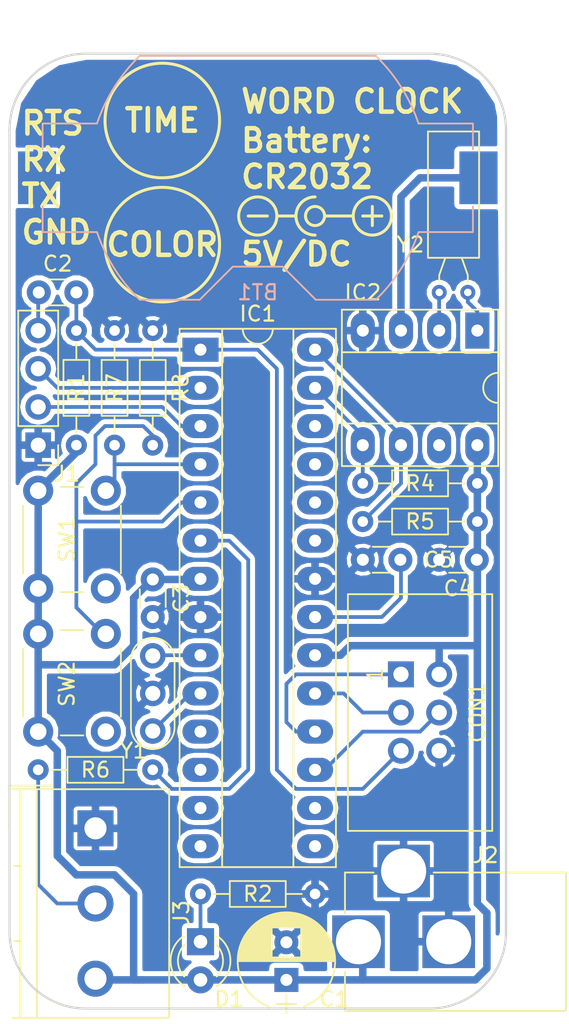
<source format=kicad_pcb>
(kicad_pcb (version 4) (host pcbnew 4.0.7)

  (general
    (links 60)
    (no_connects 2)
    (area 21.514999 112.319999 54.685001 175.970001)
    (thickness 1.6)
    (drawings 25)
    (tracks 130)
    (zones 0)
    (modules 24)
    (nets 34)
  )

  (page A4)
  (layers
    (0 F.Cu signal)
    (31 B.Cu signal)
    (32 B.Adhes user)
    (33 F.Adhes user)
    (34 B.Paste user)
    (35 F.Paste user)
    (36 B.SilkS user)
    (37 F.SilkS user)
    (38 B.Mask user)
    (39 F.Mask user)
    (40 Dwgs.User user)
    (41 Cmts.User user)
    (42 Eco1.User user)
    (43 Eco2.User user)
    (44 Edge.Cuts user)
    (45 Margin user)
    (46 B.CrtYd user)
    (47 F.CrtYd user)
    (48 B.Fab user)
    (49 F.Fab user hide)
  )

  (setup
    (last_trace_width 0.25)
    (trace_clearance 0.2)
    (zone_clearance 0.3302)
    (zone_45_only no)
    (trace_min 0.2)
    (segment_width 0.2)
    (edge_width 0.15)
    (via_size 0.6)
    (via_drill 0.4)
    (via_min_size 0.4)
    (via_min_drill 0.3)
    (uvia_size 0.3)
    (uvia_drill 0.1)
    (uvias_allowed no)
    (uvia_min_size 0)
    (uvia_min_drill 0)
    (pcb_text_width 0.3)
    (pcb_text_size 1.5 1.5)
    (mod_edge_width 0.15)
    (mod_text_size 1 1)
    (mod_text_width 0.15)
    (pad_size 3.5 3.5)
    (pad_drill 3)
    (pad_to_mask_clearance 0.2)
    (aux_axis_origin 0 0)
    (visible_elements FFFFFFFF)
    (pcbplotparams
      (layerselection 0x00030_80000001)
      (usegerberextensions false)
      (excludeedgelayer true)
      (linewidth 0.100000)
      (plotframeref false)
      (viasonmask false)
      (mode 1)
      (useauxorigin false)
      (hpglpennumber 1)
      (hpglpenspeed 20)
      (hpglpendiameter 15)
      (hpglpenoverlay 2)
      (psnegative false)
      (psa4output false)
      (plotreference true)
      (plotvalue true)
      (plotinvisibletext false)
      (padsonsilk false)
      (subtractmaskfromsilk false)
      (outputformat 1)
      (mirror false)
      (drillshape 1)
      (scaleselection 1)
      (outputdirectory ""))
  )

  (net 0 "")
  (net 1 "Net-(BT1-Pad1)")
  (net 2 GND)
  (net 3 /RST)
  (net 4 /R7S)
  (net 5 /MISO)
  (net 6 +5V)
  (net 7 /SCK)
  (net 8 /MOSI)
  (net 9 /RX)
  (net 10 /TX)
  (net 11 TIME)
  (net 12 COLOR)
  (net 13 /SDA)
  (net 14 WS2812)
  (net 15 /SCL)
  (net 16 "Net-(IC2-Pad1)")
  (net 17 "Net-(IC2-Pad2)")
  (net 18 "Net-(IC2-Pad7)")
  (net 19 "Net-(J3-Pad2)")
  (net 20 "Net-(D1-Pad1)")
  (net 21 "Net-(C5-Pad1)")
  (net 22 "Net-(IC1-Pad15)")
  (net 23 "Net-(IC1-Pad16)")
  (net 24 "Net-(IC1-Pad9)")
  (net 25 "Net-(IC1-Pad23)")
  (net 26 "Net-(IC1-Pad10)")
  (net 27 "Net-(IC1-Pad24)")
  (net 28 "Net-(IC1-Pad11)")
  (net 29 "Net-(IC1-Pad25)")
  (net 30 "Net-(IC1-Pad12)")
  (net 31 "Net-(IC1-Pad26)")
  (net 32 "Net-(IC1-Pad13)")
  (net 33 "Net-(IC1-Pad14)")

  (net_class Default "This is the default net class."
    (clearance 0.2)
    (trace_width 0.25)
    (via_dia 0.6)
    (via_drill 0.4)
    (uvia_dia 0.3)
    (uvia_drill 0.1)
    (add_net /MISO)
    (add_net /MOSI)
    (add_net /R7S)
    (add_net /RST)
    (add_net /RX)
    (add_net /SCK)
    (add_net /SCL)
    (add_net /SDA)
    (add_net /TX)
    (add_net COLOR)
    (add_net "Net-(C5-Pad1)")
    (add_net "Net-(D1-Pad1)")
    (add_net "Net-(IC1-Pad10)")
    (add_net "Net-(IC1-Pad11)")
    (add_net "Net-(IC1-Pad12)")
    (add_net "Net-(IC1-Pad13)")
    (add_net "Net-(IC1-Pad14)")
    (add_net "Net-(IC1-Pad15)")
    (add_net "Net-(IC1-Pad16)")
    (add_net "Net-(IC1-Pad23)")
    (add_net "Net-(IC1-Pad24)")
    (add_net "Net-(IC1-Pad25)")
    (add_net "Net-(IC1-Pad26)")
    (add_net "Net-(IC1-Pad9)")
    (add_net "Net-(IC2-Pad1)")
    (add_net "Net-(IC2-Pad2)")
    (add_net "Net-(IC2-Pad7)")
    (add_net "Net-(J3-Pad2)")
    (add_net TIME)
    (add_net WS2812)
  )

  (net_class Power ""
    (clearance 0.2)
    (trace_width 0.5)
    (via_dia 0.6)
    (via_drill 0.4)
    (uvia_dia 0.3)
    (uvia_drill 0.1)
    (add_net +5V)
    (add_net GND)
    (add_net "Net-(BT1-Pad1)")
  )

  (module Resistors_THT:R_Axial_DIN0204_L3.6mm_D1.6mm_P7.62mm_Horizontal (layer F.Cu) (tedit 5874F706) (tstamp 5A1B13D1)
    (at 26.035 130.81 270)
    (descr "Resistor, Axial_DIN0204 series, Axial, Horizontal, pin pitch=7.62mm, 0.16666666666666666W = 1/6W, length*diameter=3.6*1.6mm^2, http://cdn-reichelt.de/documents/datenblatt/B400/1_4W%23YAG.pdf")
    (tags "Resistor Axial_DIN0204 series Axial Horizontal pin pitch 7.62mm 0.16666666666666666W = 1/6W length 3.6mm diameter 1.6mm")
    (path /5A1AE280)
    (fp_text reference R1 (at 3.81 0 270) (layer F.SilkS)
      (effects (font (size 1 1) (thickness 0.15)))
    )
    (fp_text value 10k (at 3.81 1.86 270) (layer F.Fab)
      (effects (font (size 1 1) (thickness 0.15)))
    )
    (fp_line (start 2.01 -0.8) (end 2.01 0.8) (layer F.Fab) (width 0.1))
    (fp_line (start 2.01 0.8) (end 5.61 0.8) (layer F.Fab) (width 0.1))
    (fp_line (start 5.61 0.8) (end 5.61 -0.8) (layer F.Fab) (width 0.1))
    (fp_line (start 5.61 -0.8) (end 2.01 -0.8) (layer F.Fab) (width 0.1))
    (fp_line (start 0 0) (end 2.01 0) (layer F.Fab) (width 0.1))
    (fp_line (start 7.62 0) (end 5.61 0) (layer F.Fab) (width 0.1))
    (fp_line (start 1.95 -0.86) (end 1.95 0.86) (layer F.SilkS) (width 0.12))
    (fp_line (start 1.95 0.86) (end 5.67 0.86) (layer F.SilkS) (width 0.12))
    (fp_line (start 5.67 0.86) (end 5.67 -0.86) (layer F.SilkS) (width 0.12))
    (fp_line (start 5.67 -0.86) (end 1.95 -0.86) (layer F.SilkS) (width 0.12))
    (fp_line (start 0.88 0) (end 1.95 0) (layer F.SilkS) (width 0.12))
    (fp_line (start 6.74 0) (end 5.67 0) (layer F.SilkS) (width 0.12))
    (fp_line (start -0.95 -1.15) (end -0.95 1.15) (layer F.CrtYd) (width 0.05))
    (fp_line (start -0.95 1.15) (end 8.6 1.15) (layer F.CrtYd) (width 0.05))
    (fp_line (start 8.6 1.15) (end 8.6 -1.15) (layer F.CrtYd) (width 0.05))
    (fp_line (start 8.6 -1.15) (end -0.95 -1.15) (layer F.CrtYd) (width 0.05))
    (pad 1 thru_hole circle (at 0 0 270) (size 1.4 1.4) (drill 0.7) (layers *.Cu *.Mask)
      (net 3 /RST))
    (pad 2 thru_hole oval (at 7.62 0 270) (size 1.4 1.4) (drill 0.7) (layers *.Cu *.Mask)
      (net 6 +5V))
    (model ${KISYS3DMOD}/Resistors_THT.3dshapes/R_Axial_DIN0204_L3.6mm_D1.6mm_P7.62mm_Horizontal.wrl
      (at (xyz 0 0 0))
      (scale (xyz 0.393701 0.393701 0.393701))
      (rotate (xyz 0 0 0))
    )
  )

  (module Battery_Holders:Keystone_1058_1x2032-CoinCell (layer B.Cu) (tedit 589EE147) (tstamp 5A1B138D)
    (at 38.1 120.65 180)
    (descr http://www.keyelco.com/product-pdf.cfm?p=14028)
    (tags "Keystone type 1058 coin cell retainer")
    (path /5A1B13D6)
    (attr smd)
    (fp_text reference BT1 (at 0 -7.62 180) (layer B.SilkS)
      (effects (font (size 1 1) (thickness 0.15)) (justify mirror))
    )
    (fp_text value Battery_Cell (at 0 9.398 180) (layer B.Fab)
      (effects (font (size 1 1) (thickness 0.15)) (justify mirror))
    )
    (fp_arc (start 0 0) (end 11.06 -4.11) (angle -139.2) (layer B.CrtYd) (width 0.05))
    (fp_arc (start 0 0) (end -11.06 4.11) (angle -139.2) (layer B.CrtYd) (width 0.05))
    (fp_line (start 11.06 -4.11) (end 16.45 -4.11) (layer B.CrtYd) (width 0.05))
    (fp_line (start 16.45 -4.11) (end 16.45 4.11) (layer B.CrtYd) (width 0.05))
    (fp_line (start 16.45 4.11) (end 11.06 4.11) (layer B.CrtYd) (width 0.05))
    (fp_line (start -16.45 4.11) (end -11.06 4.11) (layer B.CrtYd) (width 0.05))
    (fp_line (start -16.45 4.11) (end -16.45 -4.11) (layer B.CrtYd) (width 0.05))
    (fp_line (start -16.45 -4.11) (end -11.06 -4.11) (layer B.CrtYd) (width 0.05))
    (fp_arc (start 0 0) (end -10.692 -3.61) (angle 27.3) (layer B.SilkS) (width 0.12))
    (fp_arc (start 0 0) (end 10.692 3.61) (angle 27.3) (layer B.SilkS) (width 0.12))
    (fp_arc (start 0 0) (end 10.692 -3.61) (angle -27.3) (layer B.SilkS) (width 0.12))
    (fp_arc (start 0 0) (end -10.692 3.61) (angle -27.3) (layer B.SilkS) (width 0.12))
    (fp_line (start -14.31 -1.9) (end -14.31 -3.61) (layer B.SilkS) (width 0.12))
    (fp_line (start -10.692 -3.61) (end -14.31 -3.61) (layer B.SilkS) (width 0.12))
    (fp_line (start -3.86 -8.11) (end -7.8473 -8.11) (layer B.SilkS) (width 0.12))
    (fp_line (start -1.66 -5.91) (end -3.86 -8.11) (layer B.SilkS) (width 0.12))
    (fp_line (start 1.66 -5.91) (end -1.66 -5.91) (layer B.SilkS) (width 0.12))
    (fp_line (start 1.66 -5.91) (end 3.86 -8.11) (layer B.SilkS) (width 0.12))
    (fp_line (start 7.8473 -8.11) (end 3.86 -8.11) (layer B.SilkS) (width 0.12))
    (fp_line (start 14.31 -1.9) (end 14.31 -3.61) (layer B.SilkS) (width 0.12))
    (fp_line (start 14.31 -3.61) (end 10.692 -3.61) (layer B.SilkS) (width 0.12))
    (fp_line (start 10.692 3.61) (end 14.31 3.61) (layer B.SilkS) (width 0.12))
    (fp_line (start 14.31 1.9) (end 14.31 3.61) (layer B.SilkS) (width 0.12))
    (fp_line (start -7.8473 8.11) (end 7.8473 8.11) (layer B.SilkS) (width 0.12))
    (fp_line (start -14.31 1.9) (end -14.31 3.61) (layer B.SilkS) (width 0.12))
    (fp_line (start -14.31 3.61) (end -10.692 3.61) (layer B.SilkS) (width 0.12))
    (fp_arc (start 0 0) (end -10.61275 -3.5) (angle 27.4635) (layer B.Fab) (width 0.1))
    (fp_arc (start 0 0) (end 10.61275 3.5) (angle 27.4635) (layer B.Fab) (width 0.1))
    (fp_arc (start 0 0) (end 10.61275 -3.5) (angle -27.4635) (layer B.Fab) (width 0.1))
    (fp_line (start 14.2 -1.9) (end 14.2 -3.5) (layer B.Fab) (width 0.1))
    (fp_line (start 14.2 -3.5) (end 10.61275 -3.5) (layer B.Fab) (width 0.1))
    (fp_line (start 10.61275 3.5) (end 14.2 3.5) (layer B.Fab) (width 0.1))
    (fp_line (start 14.2 3.5) (end 14.2 1.9) (layer B.Fab) (width 0.1))
    (fp_line (start -14.2 -1.9) (end -14.2 -3.5) (layer B.Fab) (width 0.1))
    (fp_line (start -14.2 -3.5) (end -10.61275 -3.5) (layer B.Fab) (width 0.1))
    (fp_line (start 3.9 -8) (end 7.8026 -8) (layer B.Fab) (width 0.1))
    (fp_line (start 1.7 -5.8) (end 3.9 -8) (layer B.Fab) (width 0.1))
    (fp_line (start -1.7 -5.8) (end -3.9 -8) (layer B.Fab) (width 0.1))
    (fp_line (start -1.7 -5.8) (end 1.7 -5.8) (layer B.Fab) (width 0.1))
    (fp_line (start -14.2 3.5) (end -10.61275 3.5) (layer B.Fab) (width 0.1))
    (fp_line (start -14.2 3.5) (end -14.2 1.9) (layer B.Fab) (width 0.1))
    (fp_line (start -3.9 -8) (end -7.8026 -8) (layer B.Fab) (width 0.1))
    (fp_line (start -7.8026 8) (end 7.8026 8) (layer B.Fab) (width 0.1))
    (fp_arc (start 0 0) (end -10.61275 3.5) (angle -27.4635) (layer B.Fab) (width 0.1))
    (fp_circle (center 0 0) (end 10 0) (layer Dwgs.User) (width 0.15))
    (pad 1 smd rect (at -14.68 0 180) (size 2.54 3.51) (layers B.Cu B.Paste B.Mask)
      (net 1 "Net-(BT1-Pad1)"))
    (pad 2 smd rect (at 14.68 0 180) (size 2.54 3.51) (layers B.Cu B.Paste B.Mask)
      (net 2 GND))
  )

  (module Crystals:Crystal_C18-LF_d3.0mm_l8.0mm_Horizontal (layer F.Cu) (tedit 58CD2FDC) (tstamp 5A1B1432)
    (at 52.07 128.27 180)
    (descr "Crystal THT C18-LF 8.0mm length 3.0mm diameter")
    (tags ['C18-LF'])
    (path /5A1B1062)
    (fp_text reference Y2 (at 3.81 3.175 180) (layer F.SilkS)
      (effects (font (size 1 1) (thickness 0.15)))
    )
    (fp_text value 32.7680kHz (at 3.97 2.25 270) (layer F.Fab)
      (effects (font (size 1 1) (thickness 0.15)))
    )
    (fp_text user %R (at 1.25 6.5 270) (layer F.Fab)
      (effects (font (size 0.7 0.7) (thickness 0.105)))
    )
    (fp_line (start -0.55 2.5) (end -0.55 10.5) (layer F.Fab) (width 0.1))
    (fp_line (start -0.55 10.5) (end 2.45 10.5) (layer F.Fab) (width 0.1))
    (fp_line (start 2.45 10.5) (end 2.45 2.5) (layer F.Fab) (width 0.1))
    (fp_line (start 2.45 2.5) (end -0.55 2.5) (layer F.Fab) (width 0.1))
    (fp_line (start 0.405 2.5) (end 0 1.25) (layer F.Fab) (width 0.1))
    (fp_line (start 0 1.25) (end 0 0) (layer F.Fab) (width 0.1))
    (fp_line (start 1.495 2.5) (end 1.9 1.25) (layer F.Fab) (width 0.1))
    (fp_line (start 1.9 1.25) (end 1.9 0) (layer F.Fab) (width 0.1))
    (fp_line (start -0.75 2.3) (end -0.75 10.7) (layer F.SilkS) (width 0.12))
    (fp_line (start -0.75 10.7) (end 2.65 10.7) (layer F.SilkS) (width 0.12))
    (fp_line (start 2.65 10.7) (end 2.65 2.3) (layer F.SilkS) (width 0.12))
    (fp_line (start 2.65 2.3) (end -0.75 2.3) (layer F.SilkS) (width 0.12))
    (fp_line (start 0.405 2.3) (end 0 1.15) (layer F.SilkS) (width 0.12))
    (fp_line (start 0 1.15) (end 0 0.7) (layer F.SilkS) (width 0.12))
    (fp_line (start 1.495 2.3) (end 1.9 1.15) (layer F.SilkS) (width 0.12))
    (fp_line (start 1.9 1.15) (end 1.9 0.7) (layer F.SilkS) (width 0.12))
    (fp_line (start -1.3 -0.8) (end -1.3 11.3) (layer F.CrtYd) (width 0.05))
    (fp_line (start -1.3 11.3) (end 3.2 11.3) (layer F.CrtYd) (width 0.05))
    (fp_line (start 3.2 11.3) (end 3.2 -0.8) (layer F.CrtYd) (width 0.05))
    (fp_line (start 3.2 -0.8) (end -1.3 -0.8) (layer F.CrtYd) (width 0.05))
    (pad 1 thru_hole circle (at 0 0 180) (size 1 1) (drill 0.5) (layers *.Cu *.Mask)
      (net 16 "Net-(IC2-Pad1)"))
    (pad 2 thru_hole circle (at 1.9 0 180) (size 1 1) (drill 0.5) (layers *.Cu *.Mask)
      (net 17 "Net-(IC2-Pad2)"))
    (model ${KISYS3DMOD}/Crystals.3dshapes/Crystal_C18-LF_d3.0mm_l8.0mm_Horizontal.wrl
      (at (xyz 0 0 0))
      (scale (xyz 0.393701 0.393701 0.393701))
      (rotate (xyz 0 0 0))
    )
  )

  (module Capacitors_THT:C_Disc_D3.0mm_W1.6mm_P2.50mm (layer F.Cu) (tedit 597BC7C2) (tstamp 5A1B1393)
    (at 31.115 147.36 270)
    (descr "C, Disc series, Radial, pin pitch=2.50mm, , diameter*width=3.0*1.6mm^2, Capacitor, http://www.vishay.com/docs/45233/krseries.pdf")
    (tags "C Disc series Radial pin pitch 2.50mm  diameter 3.0mm width 1.6mm Capacitor")
    (path /5A1B87EF)
    (fp_text reference C3 (at 1.27 -1.905 270) (layer F.SilkS)
      (effects (font (size 1 1) (thickness 0.15)))
    )
    (fp_text value 100n (at 1.25 2.11 270) (layer F.Fab)
      (effects (font (size 1 1) (thickness 0.15)))
    )
    (fp_line (start -0.25 -0.8) (end -0.25 0.8) (layer F.Fab) (width 0.1))
    (fp_line (start -0.25 0.8) (end 2.75 0.8) (layer F.Fab) (width 0.1))
    (fp_line (start 2.75 0.8) (end 2.75 -0.8) (layer F.Fab) (width 0.1))
    (fp_line (start 2.75 -0.8) (end -0.25 -0.8) (layer F.Fab) (width 0.1))
    (fp_line (start 0.663 -0.861) (end 1.837 -0.861) (layer F.SilkS) (width 0.12))
    (fp_line (start 0.663 0.861) (end 1.837 0.861) (layer F.SilkS) (width 0.12))
    (fp_line (start -1.05 -1.15) (end -1.05 1.15) (layer F.CrtYd) (width 0.05))
    (fp_line (start -1.05 1.15) (end 3.55 1.15) (layer F.CrtYd) (width 0.05))
    (fp_line (start 3.55 1.15) (end 3.55 -1.15) (layer F.CrtYd) (width 0.05))
    (fp_line (start 3.55 -1.15) (end -1.05 -1.15) (layer F.CrtYd) (width 0.05))
    (fp_text user %R (at 1.25 0 270) (layer F.Fab)
      (effects (font (size 1 1) (thickness 0.15)))
    )
    (pad 1 thru_hole circle (at 0 0 270) (size 1.6 1.6) (drill 0.8) (layers *.Cu *.Mask)
      (net 6 +5V))
    (pad 2 thru_hole circle (at 2.5 0 270) (size 1.6 1.6) (drill 0.8) (layers *.Cu *.Mask)
      (net 2 GND))
    (model ${KISYS3DMOD}/Capacitors_THT.3dshapes/C_Disc_D3.0mm_W1.6mm_P2.50mm.wrl
      (at (xyz 0 0 0))
      (scale (xyz 1 1 1))
      (rotate (xyz 0 0 0))
    )
  )

  (module Capacitors_THT:C_Disc_D3.0mm_W1.6mm_P2.50mm (layer F.Cu) (tedit 597BC7C2) (tstamp 5A1B1399)
    (at 26.035 128.27 180)
    (descr "C, Disc series, Radial, pin pitch=2.50mm, , diameter*width=3.0*1.6mm^2, Capacitor, http://www.vishay.com/docs/45233/krseries.pdf")
    (tags "C Disc series Radial pin pitch 2.50mm  diameter 3.0mm width 1.6mm Capacitor")
    (path /5A1AE383)
    (fp_text reference C2 (at 1.25 1.905 180) (layer F.SilkS)
      (effects (font (size 1 1) (thickness 0.15)))
    )
    (fp_text value 100n (at 1.25 2.11 180) (layer F.Fab)
      (effects (font (size 1 1) (thickness 0.15)))
    )
    (fp_line (start -0.25 -0.8) (end -0.25 0.8) (layer F.Fab) (width 0.1))
    (fp_line (start -0.25 0.8) (end 2.75 0.8) (layer F.Fab) (width 0.1))
    (fp_line (start 2.75 0.8) (end 2.75 -0.8) (layer F.Fab) (width 0.1))
    (fp_line (start 2.75 -0.8) (end -0.25 -0.8) (layer F.Fab) (width 0.1))
    (fp_line (start 0.663 -0.861) (end 1.837 -0.861) (layer F.SilkS) (width 0.12))
    (fp_line (start 0.663 0.861) (end 1.837 0.861) (layer F.SilkS) (width 0.12))
    (fp_line (start -1.05 -1.15) (end -1.05 1.15) (layer F.CrtYd) (width 0.05))
    (fp_line (start -1.05 1.15) (end 3.55 1.15) (layer F.CrtYd) (width 0.05))
    (fp_line (start 3.55 1.15) (end 3.55 -1.15) (layer F.CrtYd) (width 0.05))
    (fp_line (start 3.55 -1.15) (end -1.05 -1.15) (layer F.CrtYd) (width 0.05))
    (fp_text user %R (at 1.25 0 180) (layer F.Fab)
      (effects (font (size 1 1) (thickness 0.15)))
    )
    (pad 1 thru_hole circle (at 0 0 180) (size 1.6 1.6) (drill 0.8) (layers *.Cu *.Mask)
      (net 3 /RST))
    (pad 2 thru_hole circle (at 2.5 0 180) (size 1.6 1.6) (drill 0.8) (layers *.Cu *.Mask)
      (net 4 /R7S))
    (model ${KISYS3DMOD}/Capacitors_THT.3dshapes/C_Disc_D3.0mm_W1.6mm_P2.50mm.wrl
      (at (xyz 0 0 0))
      (scale (xyz 1 1 1))
      (rotate (xyz 0 0 0))
    )
  )

  (module Connectors:IDC_Header_Straight_6pins (layer F.Cu) (tedit 584BD5A1) (tstamp 5A1B13A3)
    (at 47.625 153.67 270)
    (descr "6 pins through hole IDC header")
    (tags "IDC header socket VASCH AVR ISP")
    (path /5A1AE4B7)
    (fp_text reference CON1 (at 2.54 -5.08 270) (layer F.SilkS)
      (effects (font (size 1 1) (thickness 0.15)))
    )
    (fp_text value AVR-ISP-6 (at 3 5 270) (layer F.Fab)
      (effects (font (size 1 1) (thickness 0.15)))
    )
    (fp_line (start -5.08 -5.82) (end 10.16 -5.82) (layer F.Fab) (width 0.1))
    (fp_line (start -4.54 -5.27) (end 9.6 -5.27) (layer F.Fab) (width 0.1))
    (fp_line (start -5.08 3.28) (end 10.16 3.28) (layer F.Fab) (width 0.1))
    (fp_line (start -4.54 2.73) (end 0.29 2.73) (layer F.Fab) (width 0.1))
    (fp_line (start 4.79 2.73) (end 9.6 2.73) (layer F.Fab) (width 0.1))
    (fp_line (start 0.29 2.73) (end 0.29 3.28) (layer F.Fab) (width 0.1))
    (fp_line (start 4.79 2.73) (end 4.79 3.28) (layer F.Fab) (width 0.1))
    (fp_line (start -5.08 -5.82) (end -5.08 3.28) (layer F.Fab) (width 0.1))
    (fp_line (start -4.54 -5.27) (end -4.54 2.73) (layer F.Fab) (width 0.1))
    (fp_line (start 10.16 -5.82) (end 10.16 3.28) (layer F.Fab) (width 0.1))
    (fp_line (start 9.6 -5.27) (end 9.6 2.73) (layer F.Fab) (width 0.1))
    (fp_line (start -5.08 -5.82) (end -4.54 -5.27) (layer F.Fab) (width 0.1))
    (fp_line (start 10.16 -5.82) (end 9.6 -5.27) (layer F.Fab) (width 0.1))
    (fp_line (start -5.08 3.28) (end -4.54 2.73) (layer F.Fab) (width 0.1))
    (fp_line (start 10.16 3.28) (end 9.6 2.73) (layer F.Fab) (width 0.1))
    (fp_line (start -5.58 -6.32) (end 10.66 -6.32) (layer F.CrtYd) (width 0.05))
    (fp_line (start 10.66 -6.32) (end 10.66 3.78) (layer F.CrtYd) (width 0.05))
    (fp_line (start 10.66 3.78) (end -5.58 3.78) (layer F.CrtYd) (width 0.05))
    (fp_line (start -5.58 3.78) (end -5.58 -6.32) (layer F.CrtYd) (width 0.05))
    (fp_text user 1 (at 0.02 1.72 270) (layer F.SilkS)
      (effects (font (size 1 1) (thickness 0.12)))
    )
    (fp_line (start -5.33 -6.07) (end 10.41 -6.07) (layer F.SilkS) (width 0.12))
    (fp_line (start 10.41 -6.07) (end 10.41 3.53) (layer F.SilkS) (width 0.12))
    (fp_line (start 10.41 3.53) (end -5.33 3.53) (layer F.SilkS) (width 0.12))
    (fp_line (start -5.33 3.53) (end -5.33 -6.07) (layer F.SilkS) (width 0.12))
    (pad 1 thru_hole rect (at 0 0 270) (size 1.7272 1.7272) (drill 1.016) (layers *.Cu *.Mask)
      (net 5 /MISO))
    (pad 2 thru_hole oval (at 0 -2.54 270) (size 1.7272 1.7272) (drill 1.016) (layers *.Cu *.Mask)
      (net 6 +5V))
    (pad 3 thru_hole oval (at 2.54 0 270) (size 1.7272 1.7272) (drill 1.016) (layers *.Cu *.Mask)
      (net 7 /SCK))
    (pad 4 thru_hole oval (at 2.54 -2.54 270) (size 1.7272 1.7272) (drill 1.016) (layers *.Cu *.Mask)
      (net 8 /MOSI))
    (pad 5 thru_hole oval (at 5.08 0 270) (size 1.7272 1.7272) (drill 1.016) (layers *.Cu *.Mask)
      (net 3 /RST))
    (pad 6 thru_hole oval (at 5.08 -2.54 270) (size 1.7272 1.7272) (drill 1.016) (layers *.Cu *.Mask)
      (net 2 GND))
  )

  (module Pin_Headers:Pin_Header_Straight_1x04_Pitch2.54mm (layer F.Cu) (tedit 59650532) (tstamp 5A1B13B1)
    (at 23.495 138.43 180)
    (descr "Through hole straight pin header, 1x04, 2.54mm pitch, single row")
    (tags "Through hole pin header THT 1x04 2.54mm single row")
    (path /5A1AF005)
    (fp_text reference J1 (at -1.905 -1.905 180) (layer F.SilkS)
      (effects (font (size 1 1) (thickness 0.15)))
    )
    (fp_text value UAR7 (at 0 9.95 180) (layer F.Fab)
      (effects (font (size 1 1) (thickness 0.15)))
    )
    (fp_line (start -0.635 -1.27) (end 1.27 -1.27) (layer F.Fab) (width 0.1))
    (fp_line (start 1.27 -1.27) (end 1.27 8.89) (layer F.Fab) (width 0.1))
    (fp_line (start 1.27 8.89) (end -1.27 8.89) (layer F.Fab) (width 0.1))
    (fp_line (start -1.27 8.89) (end -1.27 -0.635) (layer F.Fab) (width 0.1))
    (fp_line (start -1.27 -0.635) (end -0.635 -1.27) (layer F.Fab) (width 0.1))
    (fp_line (start -1.33 8.95) (end 1.33 8.95) (layer F.SilkS) (width 0.12))
    (fp_line (start -1.33 1.27) (end -1.33 8.95) (layer F.SilkS) (width 0.12))
    (fp_line (start 1.33 1.27) (end 1.33 8.95) (layer F.SilkS) (width 0.12))
    (fp_line (start -1.33 1.27) (end 1.33 1.27) (layer F.SilkS) (width 0.12))
    (fp_line (start -1.33 0) (end -1.33 -1.33) (layer F.SilkS) (width 0.12))
    (fp_line (start -1.33 -1.33) (end 0 -1.33) (layer F.SilkS) (width 0.12))
    (fp_line (start -1.8 -1.8) (end -1.8 9.4) (layer F.CrtYd) (width 0.05))
    (fp_line (start -1.8 9.4) (end 1.8 9.4) (layer F.CrtYd) (width 0.05))
    (fp_line (start 1.8 9.4) (end 1.8 -1.8) (layer F.CrtYd) (width 0.05))
    (fp_line (start 1.8 -1.8) (end -1.8 -1.8) (layer F.CrtYd) (width 0.05))
    (fp_text user %R (at 0 3.81 270) (layer F.Fab)
      (effects (font (size 1 1) (thickness 0.15)))
    )
    (pad 1 thru_hole rect (at 0 0 180) (size 1.7 1.7) (drill 1) (layers *.Cu *.Mask)
      (net 2 GND))
    (pad 2 thru_hole oval (at 0 2.54 180) (size 1.7 1.7) (drill 1) (layers *.Cu *.Mask)
      (net 10 /TX))
    (pad 3 thru_hole oval (at 0 5.08 180) (size 1.7 1.7) (drill 1) (layers *.Cu *.Mask)
      (net 9 /RX))
    (pad 4 thru_hole oval (at 0 7.62 180) (size 1.7 1.7) (drill 1) (layers *.Cu *.Mask)
      (net 4 /R7S))
    (model ${KISYS3DMOD}/Pin_Headers.3dshapes/Pin_Header_Straight_1x04_Pitch2.54mm.wrl
      (at (xyz 0 0 0))
      (scale (xyz 1 1 1))
      (rotate (xyz 0 0 0))
    )
  )

  (module Connectors:BARREL_JACK (layer F.Cu) (tedit 5A1BF610) (tstamp 5A1B13B8)
    (at 44.8 171.45 180)
    (descr "DC Barrel Jack")
    (tags "Power Jack")
    (path /5A1AED6A)
    (fp_text reference J2 (at -8.45 5.75 360) (layer F.SilkS)
      (effects (font (size 1 1) (thickness 0.15)))
    )
    (fp_text value Jack-DC (at -6.2 -5.5 180) (layer F.Fab)
      (effects (font (size 1 1) (thickness 0.15)))
    )
    (fp_line (start 1 -4.5) (end 1 -4.75) (layer F.CrtYd) (width 0.05))
    (fp_line (start 1 -4.75) (end -14 -4.75) (layer F.CrtYd) (width 0.05))
    (fp_line (start 1 -4.5) (end 1 -2) (layer F.CrtYd) (width 0.05))
    (fp_line (start 1 -2) (end 2 -2) (layer F.CrtYd) (width 0.05))
    (fp_line (start 2 -2) (end 2 2) (layer F.CrtYd) (width 0.05))
    (fp_line (start 2 2) (end 1 2) (layer F.CrtYd) (width 0.05))
    (fp_line (start 1 2) (end 1 4.75) (layer F.CrtYd) (width 0.05))
    (fp_line (start 1 4.75) (end -1 4.75) (layer F.CrtYd) (width 0.05))
    (fp_line (start -1 4.75) (end -1 6.75) (layer F.CrtYd) (width 0.05))
    (fp_line (start -1 6.75) (end -5 6.75) (layer F.CrtYd) (width 0.05))
    (fp_line (start -5 6.75) (end -5 4.75) (layer F.CrtYd) (width 0.05))
    (fp_line (start -5 4.75) (end -14 4.75) (layer F.CrtYd) (width 0.05))
    (fp_line (start -14 4.75) (end -14 -4.75) (layer F.CrtYd) (width 0.05))
    (fp_line (start -5 4.6) (end -13.8 4.6) (layer F.SilkS) (width 0.12))
    (fp_line (start -13.8 4.6) (end -13.8 -4.6) (layer F.SilkS) (width 0.12))
    (fp_line (start 0.9 1.9) (end 0.9 4.6) (layer F.SilkS) (width 0.12))
    (fp_line (start 0.9 4.6) (end -1 4.6) (layer F.SilkS) (width 0.12))
    (fp_line (start -13.8 -4.6) (end 0.9 -4.6) (layer F.SilkS) (width 0.12))
    (fp_line (start 0.9 -4.6) (end 0.9 -2) (layer F.SilkS) (width 0.12))
    (fp_line (start -10.2 -4.5) (end -10.2 4.5) (layer F.Fab) (width 0.1))
    (fp_line (start -13.7 -4.5) (end -13.7 4.5) (layer F.Fab) (width 0.1))
    (fp_line (start -13.7 4.5) (end 0.8 4.5) (layer F.Fab) (width 0.1))
    (fp_line (start 0.8 4.5) (end 0.8 -4.5) (layer F.Fab) (width 0.1))
    (fp_line (start 0.8 -4.5) (end -13.7 -4.5) (layer F.Fab) (width 0.1))
    (pad 1 thru_hole rect (at 0 0 180) (size 3.5 3.5) (drill 3) (layers *.Cu *.Mask)
      (net 6 +5V))
    (pad 2 thru_hole rect (at -6 0 180) (size 3.5 3.5) (drill 3) (layers *.Cu *.Mask)
      (net 2 GND))
    (pad 3 thru_hole rect (at -3 4.7 180) (size 3.5 3.5) (drill 3) (layers *.Cu *.Mask)
      (net 2 GND))
  )

  (module Connectors_Terminal_Blocks:TerminalBlock_Philmore_TB133_03x5mm_Straight (layer F.Cu) (tedit 59661312) (tstamp 5A1B13BF)
    (at 27.305 163.91 270)
    (descr "3-way 5.0mm pitch terminal block, http://www.philmore-datak.com/mc/Page%20197.pdf")
    (tags "screw terminal block")
    (path /5A1AECD6)
    (fp_text reference J3 (at 5.635 -5.715 270) (layer F.SilkS)
      (effects (font (size 1 1) (thickness 0.15)))
    )
    (fp_text value "Neo Pixel" (at 5 6.9 270) (layer F.Fab)
      (effects (font (size 1 1) (thickness 0.15)))
    )
    (fp_line (start -3 -5.3) (end -3 5.9) (layer F.CrtYd) (width 0.05))
    (fp_line (start -3 5.9) (end 13 5.9) (layer F.CrtYd) (width 0.05))
    (fp_line (start 13 5.9) (end 13 -5.3) (layer F.CrtYd) (width 0.05))
    (fp_line (start 13 -5.3) (end -3 -5.3) (layer F.CrtYd) (width 0.05))
    (fp_line (start -2.5 3.9) (end 12.5 3.9) (layer F.Fab) (width 0.1))
    (fp_line (start -2.5 5) (end 12.5 5) (layer F.Fab) (width 0.1))
    (fp_line (start -2.5 5.4) (end -2.5 -4.8) (layer F.Fab) (width 0.1))
    (fp_line (start -2.5 -4.8) (end 12.5 -4.8) (layer F.Fab) (width 0.1))
    (fp_line (start 12.5 -4.8) (end 12.5 5.4) (layer F.Fab) (width 0.1))
    (fp_line (start 2.5 5) (end 2.5 5.4) (layer F.Fab) (width 0.1))
    (fp_line (start 7.5 5) (end 7.5 5.4) (layer F.Fab) (width 0.1))
    (fp_line (start -2.84 2.9) (end -2.84 5.74) (layer F.Fab) (width 0.1))
    (fp_line (start -2.84 5.74) (end 0 5.74) (layer F.Fab) (width 0.1))
    (fp_line (start -2.6 3.9) (end 12.6 3.9) (layer F.SilkS) (width 0.12))
    (fp_line (start -2.6 5) (end 12.6 5) (layer F.SilkS) (width 0.12))
    (fp_line (start -2.6 5.5) (end -2.6 -4.9) (layer F.SilkS) (width 0.12))
    (fp_line (start -2.6 -4.9) (end 12.6 -4.9) (layer F.SilkS) (width 0.12))
    (fp_line (start 12.6 -4.9) (end 12.6 5.5) (layer F.SilkS) (width 0.12))
    (fp_line (start 2.5 5) (end 2.5 5.4) (layer F.SilkS) (width 0.12))
    (fp_line (start 7.5 5) (end 7.5 5.4) (layer F.SilkS) (width 0.12))
    (fp_line (start -2.84 2.9) (end -2.84 5.74) (layer F.SilkS) (width 0.12))
    (fp_line (start -2.84 5.74) (end 0 5.74) (layer F.SilkS) (width 0.12))
    (fp_text user %R (at 5 0.3 270) (layer F.Fab)
      (effects (font (size 1 1) (thickness 0.15)))
    )
    (pad 1 thru_hole rect (at 0 0 270) (size 2.4 2.4) (drill 1.47) (layers *.Cu *.Mask)
      (net 2 GND))
    (pad 2 thru_hole circle (at 5 0 270) (size 2.4 2.4) (drill 1.47) (layers *.Cu *.Mask)
      (net 19 "Net-(J3-Pad2)"))
    (pad 3 thru_hole circle (at 10 0 270) (size 2.4 2.4) (drill 1.47) (layers *.Cu *.Mask)
      (net 6 +5V))
    (model ${KISYS3DMOD}/Connectors_Terminal_Blocks.3dshapes/TerminalBlock_Philmore_TB133_03x5mm_Straight.wrl
      (at (xyz 0 0 0))
      (scale (xyz 1 1 1))
      (rotate (xyz 0 0 0))
    )
  )

  (module Resistors_THT:R_Axial_DIN0204_L3.6mm_D1.6mm_P7.62mm_Horizontal (layer F.Cu) (tedit 5874F706) (tstamp 5A1B13C5)
    (at 28.575 130.81 270)
    (descr "Resistor, Axial_DIN0204 series, Axial, Horizontal, pin pitch=7.62mm, 0.16666666666666666W = 1/6W, length*diameter=3.6*1.6mm^2, http://cdn-reichelt.de/documents/datenblatt/B400/1_4W%23YAG.pdf")
    (tags "Resistor Axial_DIN0204 series Axial Horizontal pin pitch 7.62mm 0.16666666666666666W = 1/6W length 3.6mm diameter 1.6mm")
    (path /5A1B43D0)
    (fp_text reference R7 (at 3.81 0 270) (layer F.SilkS)
      (effects (font (size 1 1) (thickness 0.15)))
    )
    (fp_text value 10k (at 3.81 1.86 270) (layer F.Fab)
      (effects (font (size 1 1) (thickness 0.15)))
    )
    (fp_line (start 2.01 -0.8) (end 2.01 0.8) (layer F.Fab) (width 0.1))
    (fp_line (start 2.01 0.8) (end 5.61 0.8) (layer F.Fab) (width 0.1))
    (fp_line (start 5.61 0.8) (end 5.61 -0.8) (layer F.Fab) (width 0.1))
    (fp_line (start 5.61 -0.8) (end 2.01 -0.8) (layer F.Fab) (width 0.1))
    (fp_line (start 0 0) (end 2.01 0) (layer F.Fab) (width 0.1))
    (fp_line (start 7.62 0) (end 5.61 0) (layer F.Fab) (width 0.1))
    (fp_line (start 1.95 -0.86) (end 1.95 0.86) (layer F.SilkS) (width 0.12))
    (fp_line (start 1.95 0.86) (end 5.67 0.86) (layer F.SilkS) (width 0.12))
    (fp_line (start 5.67 0.86) (end 5.67 -0.86) (layer F.SilkS) (width 0.12))
    (fp_line (start 5.67 -0.86) (end 1.95 -0.86) (layer F.SilkS) (width 0.12))
    (fp_line (start 0.88 0) (end 1.95 0) (layer F.SilkS) (width 0.12))
    (fp_line (start 6.74 0) (end 5.67 0) (layer F.SilkS) (width 0.12))
    (fp_line (start -0.95 -1.15) (end -0.95 1.15) (layer F.CrtYd) (width 0.05))
    (fp_line (start -0.95 1.15) (end 8.6 1.15) (layer F.CrtYd) (width 0.05))
    (fp_line (start 8.6 1.15) (end 8.6 -1.15) (layer F.CrtYd) (width 0.05))
    (fp_line (start 8.6 -1.15) (end -0.95 -1.15) (layer F.CrtYd) (width 0.05))
    (pad 1 thru_hole circle (at 0 0 270) (size 1.4 1.4) (drill 0.7) (layers *.Cu *.Mask)
      (net 2 GND))
    (pad 2 thru_hole oval (at 7.62 0 270) (size 1.4 1.4) (drill 0.7) (layers *.Cu *.Mask)
      (net 11 TIME))
    (model ${KISYS3DMOD}/Resistors_THT.3dshapes/R_Axial_DIN0204_L3.6mm_D1.6mm_P7.62mm_Horizontal.wrl
      (at (xyz 0 0 0))
      (scale (xyz 0.393701 0.393701 0.393701))
      (rotate (xyz 0 0 0))
    )
  )

  (module Resistors_THT:R_Axial_DIN0204_L3.6mm_D1.6mm_P7.62mm_Horizontal (layer F.Cu) (tedit 5874F706) (tstamp 5A1B13D7)
    (at 52.705 140.97 180)
    (descr "Resistor, Axial_DIN0204 series, Axial, Horizontal, pin pitch=7.62mm, 0.16666666666666666W = 1/6W, length*diameter=3.6*1.6mm^2, http://cdn-reichelt.de/documents/datenblatt/B400/1_4W%23YAG.pdf")
    (tags "Resistor Axial_DIN0204 series Axial Horizontal pin pitch 7.62mm 0.16666666666666666W = 1/6W length 3.6mm diameter 1.6mm")
    (path /5A1B1B18)
    (fp_text reference R4 (at 3.81 0 180) (layer F.SilkS)
      (effects (font (size 1 1) (thickness 0.15)))
    )
    (fp_text value 4.7k (at 3.81 1.86 180) (layer F.Fab)
      (effects (font (size 1 1) (thickness 0.15)))
    )
    (fp_line (start 2.01 -0.8) (end 2.01 0.8) (layer F.Fab) (width 0.1))
    (fp_line (start 2.01 0.8) (end 5.61 0.8) (layer F.Fab) (width 0.1))
    (fp_line (start 5.61 0.8) (end 5.61 -0.8) (layer F.Fab) (width 0.1))
    (fp_line (start 5.61 -0.8) (end 2.01 -0.8) (layer F.Fab) (width 0.1))
    (fp_line (start 0 0) (end 2.01 0) (layer F.Fab) (width 0.1))
    (fp_line (start 7.62 0) (end 5.61 0) (layer F.Fab) (width 0.1))
    (fp_line (start 1.95 -0.86) (end 1.95 0.86) (layer F.SilkS) (width 0.12))
    (fp_line (start 1.95 0.86) (end 5.67 0.86) (layer F.SilkS) (width 0.12))
    (fp_line (start 5.67 0.86) (end 5.67 -0.86) (layer F.SilkS) (width 0.12))
    (fp_line (start 5.67 -0.86) (end 1.95 -0.86) (layer F.SilkS) (width 0.12))
    (fp_line (start 0.88 0) (end 1.95 0) (layer F.SilkS) (width 0.12))
    (fp_line (start 6.74 0) (end 5.67 0) (layer F.SilkS) (width 0.12))
    (fp_line (start -0.95 -1.15) (end -0.95 1.15) (layer F.CrtYd) (width 0.05))
    (fp_line (start -0.95 1.15) (end 8.6 1.15) (layer F.CrtYd) (width 0.05))
    (fp_line (start 8.6 1.15) (end 8.6 -1.15) (layer F.CrtYd) (width 0.05))
    (fp_line (start 8.6 -1.15) (end -0.95 -1.15) (layer F.CrtYd) (width 0.05))
    (pad 1 thru_hole circle (at 0 0 180) (size 1.4 1.4) (drill 0.7) (layers *.Cu *.Mask)
      (net 6 +5V))
    (pad 2 thru_hole oval (at 7.62 0 180) (size 1.4 1.4) (drill 0.7) (layers *.Cu *.Mask)
      (net 13 /SDA))
    (model ${KISYS3DMOD}/Resistors_THT.3dshapes/R_Axial_DIN0204_L3.6mm_D1.6mm_P7.62mm_Horizontal.wrl
      (at (xyz 0 0 0))
      (scale (xyz 0.393701 0.393701 0.393701))
      (rotate (xyz 0 0 0))
    )
  )

  (module Buttons_Switches_THT:SW_PUSH_6mm (layer F.Cu) (tedit 5923F252) (tstamp 5A1B13F1)
    (at 23.495 147.955 90)
    (descr https://www.omron.com/ecb/products/pdf/en-b3f.pdf)
    (tags "tact sw push 6mm")
    (path /5A1B3DFF)
    (fp_text reference SW1 (at 3.25 1.905 90) (layer F.SilkS)
      (effects (font (size 1 1) (thickness 0.15)))
    )
    (fp_text value SW_Push (at 3.75 6.7 90) (layer F.Fab)
      (effects (font (size 1 1) (thickness 0.15)))
    )
    (fp_text user %R (at 3.25 2.25 90) (layer F.Fab)
      (effects (font (size 1 1) (thickness 0.15)))
    )
    (fp_line (start 3.25 -0.75) (end 6.25 -0.75) (layer F.Fab) (width 0.1))
    (fp_line (start 6.25 -0.75) (end 6.25 5.25) (layer F.Fab) (width 0.1))
    (fp_line (start 6.25 5.25) (end 0.25 5.25) (layer F.Fab) (width 0.1))
    (fp_line (start 0.25 5.25) (end 0.25 -0.75) (layer F.Fab) (width 0.1))
    (fp_line (start 0.25 -0.75) (end 3.25 -0.75) (layer F.Fab) (width 0.1))
    (fp_line (start 7.75 6) (end 8 6) (layer F.CrtYd) (width 0.05))
    (fp_line (start 8 6) (end 8 5.75) (layer F.CrtYd) (width 0.05))
    (fp_line (start 7.75 -1.5) (end 8 -1.5) (layer F.CrtYd) (width 0.05))
    (fp_line (start 8 -1.5) (end 8 -1.25) (layer F.CrtYd) (width 0.05))
    (fp_line (start -1.5 -1.25) (end -1.5 -1.5) (layer F.CrtYd) (width 0.05))
    (fp_line (start -1.5 -1.5) (end -1.25 -1.5) (layer F.CrtYd) (width 0.05))
    (fp_line (start -1.5 5.75) (end -1.5 6) (layer F.CrtYd) (width 0.05))
    (fp_line (start -1.5 6) (end -1.25 6) (layer F.CrtYd) (width 0.05))
    (fp_line (start -1.25 -1.5) (end 7.75 -1.5) (layer F.CrtYd) (width 0.05))
    (fp_line (start -1.5 5.75) (end -1.5 -1.25) (layer F.CrtYd) (width 0.05))
    (fp_line (start 7.75 6) (end -1.25 6) (layer F.CrtYd) (width 0.05))
    (fp_line (start 8 -1.25) (end 8 5.75) (layer F.CrtYd) (width 0.05))
    (fp_line (start 1 5.5) (end 5.5 5.5) (layer F.SilkS) (width 0.12))
    (fp_line (start -0.25 1.5) (end -0.25 3) (layer F.SilkS) (width 0.12))
    (fp_line (start 5.5 -1) (end 1 -1) (layer F.SilkS) (width 0.12))
    (fp_line (start 6.75 3) (end 6.75 1.5) (layer F.SilkS) (width 0.12))
    (fp_circle (center 3.25 2.25) (end 1.25 2.5) (layer F.Fab) (width 0.1))
    (pad 2 thru_hole circle (at 0 4.5 180) (size 2 2) (drill 1.1) (layers *.Cu *.Mask)
      (net 11 TIME))
    (pad 1 thru_hole circle (at 0 0 180) (size 2 2) (drill 1.1) (layers *.Cu *.Mask)
      (net 6 +5V))
    (pad 2 thru_hole circle (at 6.5 4.5 180) (size 2 2) (drill 1.1) (layers *.Cu *.Mask)
      (net 11 TIME))
    (pad 1 thru_hole circle (at 6.5 0 180) (size 2 2) (drill 1.1) (layers *.Cu *.Mask)
      (net 6 +5V))
    (model ${KISYS3DMOD}/Buttons_Switches_THT.3dshapes/SW_PUSH_6mm.wrl
      (at (xyz 0.005 0 0))
      (scale (xyz 0.3937 0.3937 0.3937))
      (rotate (xyz 0 0 0))
    )
  )

  (module Buttons_Switches_THT:SW_PUSH_6mm (layer F.Cu) (tedit 5923F252) (tstamp 5A1B13F9)
    (at 23.495 157.48 90)
    (descr https://www.omron.com/ecb/products/pdf/en-b3f.pdf)
    (tags "tact sw push 6mm")
    (path /5A1B3F91)
    (fp_text reference SW2 (at 3.175 1.905 90) (layer F.SilkS)
      (effects (font (size 1 1) (thickness 0.15)))
    )
    (fp_text value SW_Push (at 3.75 6.7 90) (layer F.Fab)
      (effects (font (size 1 1) (thickness 0.15)))
    )
    (fp_text user %R (at 3.25 2.25 90) (layer F.Fab)
      (effects (font (size 1 1) (thickness 0.15)))
    )
    (fp_line (start 3.25 -0.75) (end 6.25 -0.75) (layer F.Fab) (width 0.1))
    (fp_line (start 6.25 -0.75) (end 6.25 5.25) (layer F.Fab) (width 0.1))
    (fp_line (start 6.25 5.25) (end 0.25 5.25) (layer F.Fab) (width 0.1))
    (fp_line (start 0.25 5.25) (end 0.25 -0.75) (layer F.Fab) (width 0.1))
    (fp_line (start 0.25 -0.75) (end 3.25 -0.75) (layer F.Fab) (width 0.1))
    (fp_line (start 7.75 6) (end 8 6) (layer F.CrtYd) (width 0.05))
    (fp_line (start 8 6) (end 8 5.75) (layer F.CrtYd) (width 0.05))
    (fp_line (start 7.75 -1.5) (end 8 -1.5) (layer F.CrtYd) (width 0.05))
    (fp_line (start 8 -1.5) (end 8 -1.25) (layer F.CrtYd) (width 0.05))
    (fp_line (start -1.5 -1.25) (end -1.5 -1.5) (layer F.CrtYd) (width 0.05))
    (fp_line (start -1.5 -1.5) (end -1.25 -1.5) (layer F.CrtYd) (width 0.05))
    (fp_line (start -1.5 5.75) (end -1.5 6) (layer F.CrtYd) (width 0.05))
    (fp_line (start -1.5 6) (end -1.25 6) (layer F.CrtYd) (width 0.05))
    (fp_line (start -1.25 -1.5) (end 7.75 -1.5) (layer F.CrtYd) (width 0.05))
    (fp_line (start -1.5 5.75) (end -1.5 -1.25) (layer F.CrtYd) (width 0.05))
    (fp_line (start 7.75 6) (end -1.25 6) (layer F.CrtYd) (width 0.05))
    (fp_line (start 8 -1.25) (end 8 5.75) (layer F.CrtYd) (width 0.05))
    (fp_line (start 1 5.5) (end 5.5 5.5) (layer F.SilkS) (width 0.12))
    (fp_line (start -0.25 1.5) (end -0.25 3) (layer F.SilkS) (width 0.12))
    (fp_line (start 5.5 -1) (end 1 -1) (layer F.SilkS) (width 0.12))
    (fp_line (start 6.75 3) (end 6.75 1.5) (layer F.SilkS) (width 0.12))
    (fp_circle (center 3.25 2.25) (end 1.25 2.5) (layer F.Fab) (width 0.1))
    (pad 2 thru_hole circle (at 0 4.5 180) (size 2 2) (drill 1.1) (layers *.Cu *.Mask)
      (net 12 COLOR))
    (pad 1 thru_hole circle (at 0 0 180) (size 2 2) (drill 1.1) (layers *.Cu *.Mask)
      (net 6 +5V))
    (pad 2 thru_hole circle (at 6.5 4.5 180) (size 2 2) (drill 1.1) (layers *.Cu *.Mask)
      (net 12 COLOR))
    (pad 1 thru_hole circle (at 6.5 0 180) (size 2 2) (drill 1.1) (layers *.Cu *.Mask)
      (net 6 +5V))
    (model ${KISYS3DMOD}/Buttons_Switches_THT.3dshapes/SW_PUSH_6mm.wrl
      (at (xyz 0.005 0 0))
      (scale (xyz 0.3937 0.3937 0.3937))
      (rotate (xyz 0 0 0))
    )
  )

  (module Housings_DIP:DIP-8_W7.62mm_Socket_LongPads (layer F.Cu) (tedit 58CC8E33) (tstamp 5A1B1425)
    (at 52.705 130.81 270)
    (descr "8-lead dip package, row spacing 7.62 mm (300 mils), Socket, LongPads")
    (tags "DIL DIP PDIP 2.54mm 7.62mm 300mil Socket LongPads")
    (path /5A1B0F47)
    (fp_text reference IC2 (at -2.54 7.62 360) (layer F.SilkS)
      (effects (font (size 1 1) (thickness 0.15)))
    )
    (fp_text value DS1307+ (at 3.81 10.01 270) (layer F.Fab)
      (effects (font (size 1 1) (thickness 0.15)))
    )
    (fp_text user %R (at 3.81 3.81 270) (layer F.Fab)
      (effects (font (size 1 1) (thickness 0.15)))
    )
    (fp_line (start 1.635 -1.27) (end 6.985 -1.27) (layer F.Fab) (width 0.1))
    (fp_line (start 6.985 -1.27) (end 6.985 8.89) (layer F.Fab) (width 0.1))
    (fp_line (start 6.985 8.89) (end 0.635 8.89) (layer F.Fab) (width 0.1))
    (fp_line (start 0.635 8.89) (end 0.635 -0.27) (layer F.Fab) (width 0.1))
    (fp_line (start 0.635 -0.27) (end 1.635 -1.27) (layer F.Fab) (width 0.1))
    (fp_line (start -1.27 -1.27) (end -1.27 8.89) (layer F.Fab) (width 0.1))
    (fp_line (start -1.27 8.89) (end 8.89 8.89) (layer F.Fab) (width 0.1))
    (fp_line (start 8.89 8.89) (end 8.89 -1.27) (layer F.Fab) (width 0.1))
    (fp_line (start 8.89 -1.27) (end -1.27 -1.27) (layer F.Fab) (width 0.1))
    (fp_line (start 2.81 -1.39) (end 1.44 -1.39) (layer F.SilkS) (width 0.12))
    (fp_line (start 1.44 -1.39) (end 1.44 9.01) (layer F.SilkS) (width 0.12))
    (fp_line (start 1.44 9.01) (end 6.18 9.01) (layer F.SilkS) (width 0.12))
    (fp_line (start 6.18 9.01) (end 6.18 -1.39) (layer F.SilkS) (width 0.12))
    (fp_line (start 6.18 -1.39) (end 4.81 -1.39) (layer F.SilkS) (width 0.12))
    (fp_line (start -1.39 -1.39) (end -1.39 9.01) (layer F.SilkS) (width 0.12))
    (fp_line (start -1.39 9.01) (end 9.01 9.01) (layer F.SilkS) (width 0.12))
    (fp_line (start 9.01 9.01) (end 9.01 -1.39) (layer F.SilkS) (width 0.12))
    (fp_line (start 9.01 -1.39) (end -1.39 -1.39) (layer F.SilkS) (width 0.12))
    (fp_line (start -1.7 -1.7) (end -1.7 9.3) (layer F.CrtYd) (width 0.05))
    (fp_line (start -1.7 9.3) (end 9.3 9.3) (layer F.CrtYd) (width 0.05))
    (fp_line (start 9.3 9.3) (end 9.3 -1.7) (layer F.CrtYd) (width 0.05))
    (fp_line (start 9.3 -1.7) (end -1.7 -1.7) (layer F.CrtYd) (width 0.05))
    (fp_arc (start 3.81 -1.39) (end 2.81 -1.39) (angle -180) (layer F.SilkS) (width 0.12))
    (pad 1 thru_hole rect (at 0 0 270) (size 2.4 1.6) (drill 0.8) (layers *.Cu *.Mask)
      (net 16 "Net-(IC2-Pad1)"))
    (pad 5 thru_hole oval (at 7.62 7.62 270) (size 2.4 1.6) (drill 0.8) (layers *.Cu *.Mask)
      (net 13 /SDA))
    (pad 2 thru_hole oval (at 0 2.54 270) (size 2.4 1.6) (drill 0.8) (layers *.Cu *.Mask)
      (net 17 "Net-(IC2-Pad2)"))
    (pad 6 thru_hole oval (at 7.62 5.08 270) (size 2.4 1.6) (drill 0.8) (layers *.Cu *.Mask)
      (net 15 /SCL))
    (pad 3 thru_hole oval (at 0 5.08 270) (size 2.4 1.6) (drill 0.8) (layers *.Cu *.Mask)
      (net 1 "Net-(BT1-Pad1)"))
    (pad 7 thru_hole oval (at 7.62 2.54 270) (size 2.4 1.6) (drill 0.8) (layers *.Cu *.Mask)
      (net 18 "Net-(IC2-Pad7)"))
    (pad 4 thru_hole oval (at 0 7.62 270) (size 2.4 1.6) (drill 0.8) (layers *.Cu *.Mask)
      (net 2 GND))
    (pad 8 thru_hole oval (at 7.62 0 270) (size 2.4 1.6) (drill 0.8) (layers *.Cu *.Mask)
      (net 6 +5V))
    (model ${KISYS3DMOD}/Housings_DIP.3dshapes/DIP-8_W7.62mm_Socket_LongPads.wrl
      (at (xyz 0 0 0))
      (scale (xyz 1 1 1))
      (rotate (xyz 0 0 0))
    )
  )

  (module Capacitors_THT:CP_Radial_D6.3mm_P2.50mm (layer F.Cu) (tedit 597BC7C2) (tstamp 5A1B1BAC)
    (at 40.005 173.99 90)
    (descr "CP, Radial series, Radial, pin pitch=2.50mm, , diameter=6.3mm, Electrolytic Capacitor")
    (tags "CP Radial series Radial pin pitch 2.50mm  diameter 6.3mm Electrolytic Capacitor")
    (path /5A1B24C9)
    (fp_text reference C1 (at -1.27 3.175 180) (layer F.SilkS)
      (effects (font (size 1 1) (thickness 0.15)))
    )
    (fp_text value 470uF (at 1.25 4.46 90) (layer F.Fab)
      (effects (font (size 1 1) (thickness 0.15)))
    )
    (fp_arc (start 1.25 0) (end -1.767482 -1.18) (angle 137.3) (layer F.SilkS) (width 0.12))
    (fp_arc (start 1.25 0) (end -1.767482 1.18) (angle -137.3) (layer F.SilkS) (width 0.12))
    (fp_arc (start 1.25 0) (end 4.267482 -1.18) (angle 42.7) (layer F.SilkS) (width 0.12))
    (fp_circle (center 1.25 0) (end 4.4 0) (layer F.Fab) (width 0.1))
    (fp_line (start -2.2 0) (end -1 0) (layer F.Fab) (width 0.1))
    (fp_line (start -1.6 -0.65) (end -1.6 0.65) (layer F.Fab) (width 0.1))
    (fp_line (start 1.25 -3.2) (end 1.25 3.2) (layer F.SilkS) (width 0.12))
    (fp_line (start 1.29 -3.2) (end 1.29 3.2) (layer F.SilkS) (width 0.12))
    (fp_line (start 1.33 -3.2) (end 1.33 3.2) (layer F.SilkS) (width 0.12))
    (fp_line (start 1.37 -3.198) (end 1.37 3.198) (layer F.SilkS) (width 0.12))
    (fp_line (start 1.41 -3.197) (end 1.41 3.197) (layer F.SilkS) (width 0.12))
    (fp_line (start 1.45 -3.194) (end 1.45 3.194) (layer F.SilkS) (width 0.12))
    (fp_line (start 1.49 -3.192) (end 1.49 3.192) (layer F.SilkS) (width 0.12))
    (fp_line (start 1.53 -3.188) (end 1.53 -0.98) (layer F.SilkS) (width 0.12))
    (fp_line (start 1.53 0.98) (end 1.53 3.188) (layer F.SilkS) (width 0.12))
    (fp_line (start 1.57 -3.185) (end 1.57 -0.98) (layer F.SilkS) (width 0.12))
    (fp_line (start 1.57 0.98) (end 1.57 3.185) (layer F.SilkS) (width 0.12))
    (fp_line (start 1.61 -3.18) (end 1.61 -0.98) (layer F.SilkS) (width 0.12))
    (fp_line (start 1.61 0.98) (end 1.61 3.18) (layer F.SilkS) (width 0.12))
    (fp_line (start 1.65 -3.176) (end 1.65 -0.98) (layer F.SilkS) (width 0.12))
    (fp_line (start 1.65 0.98) (end 1.65 3.176) (layer F.SilkS) (width 0.12))
    (fp_line (start 1.69 -3.17) (end 1.69 -0.98) (layer F.SilkS) (width 0.12))
    (fp_line (start 1.69 0.98) (end 1.69 3.17) (layer F.SilkS) (width 0.12))
    (fp_line (start 1.73 -3.165) (end 1.73 -0.98) (layer F.SilkS) (width 0.12))
    (fp_line (start 1.73 0.98) (end 1.73 3.165) (layer F.SilkS) (width 0.12))
    (fp_line (start 1.77 -3.158) (end 1.77 -0.98) (layer F.SilkS) (width 0.12))
    (fp_line (start 1.77 0.98) (end 1.77 3.158) (layer F.SilkS) (width 0.12))
    (fp_line (start 1.81 -3.152) (end 1.81 -0.98) (layer F.SilkS) (width 0.12))
    (fp_line (start 1.81 0.98) (end 1.81 3.152) (layer F.SilkS) (width 0.12))
    (fp_line (start 1.85 -3.144) (end 1.85 -0.98) (layer F.SilkS) (width 0.12))
    (fp_line (start 1.85 0.98) (end 1.85 3.144) (layer F.SilkS) (width 0.12))
    (fp_line (start 1.89 -3.137) (end 1.89 -0.98) (layer F.SilkS) (width 0.12))
    (fp_line (start 1.89 0.98) (end 1.89 3.137) (layer F.SilkS) (width 0.12))
    (fp_line (start 1.93 -3.128) (end 1.93 -0.98) (layer F.SilkS) (width 0.12))
    (fp_line (start 1.93 0.98) (end 1.93 3.128) (layer F.SilkS) (width 0.12))
    (fp_line (start 1.971 -3.119) (end 1.971 -0.98) (layer F.SilkS) (width 0.12))
    (fp_line (start 1.971 0.98) (end 1.971 3.119) (layer F.SilkS) (width 0.12))
    (fp_line (start 2.011 -3.11) (end 2.011 -0.98) (layer F.SilkS) (width 0.12))
    (fp_line (start 2.011 0.98) (end 2.011 3.11) (layer F.SilkS) (width 0.12))
    (fp_line (start 2.051 -3.1) (end 2.051 -0.98) (layer F.SilkS) (width 0.12))
    (fp_line (start 2.051 0.98) (end 2.051 3.1) (layer F.SilkS) (width 0.12))
    (fp_line (start 2.091 -3.09) (end 2.091 -0.98) (layer F.SilkS) (width 0.12))
    (fp_line (start 2.091 0.98) (end 2.091 3.09) (layer F.SilkS) (width 0.12))
    (fp_line (start 2.131 -3.079) (end 2.131 -0.98) (layer F.SilkS) (width 0.12))
    (fp_line (start 2.131 0.98) (end 2.131 3.079) (layer F.SilkS) (width 0.12))
    (fp_line (start 2.171 -3.067) (end 2.171 -0.98) (layer F.SilkS) (width 0.12))
    (fp_line (start 2.171 0.98) (end 2.171 3.067) (layer F.SilkS) (width 0.12))
    (fp_line (start 2.211 -3.055) (end 2.211 -0.98) (layer F.SilkS) (width 0.12))
    (fp_line (start 2.211 0.98) (end 2.211 3.055) (layer F.SilkS) (width 0.12))
    (fp_line (start 2.251 -3.042) (end 2.251 -0.98) (layer F.SilkS) (width 0.12))
    (fp_line (start 2.251 0.98) (end 2.251 3.042) (layer F.SilkS) (width 0.12))
    (fp_line (start 2.291 -3.029) (end 2.291 -0.98) (layer F.SilkS) (width 0.12))
    (fp_line (start 2.291 0.98) (end 2.291 3.029) (layer F.SilkS) (width 0.12))
    (fp_line (start 2.331 -3.015) (end 2.331 -0.98) (layer F.SilkS) (width 0.12))
    (fp_line (start 2.331 0.98) (end 2.331 3.015) (layer F.SilkS) (width 0.12))
    (fp_line (start 2.371 -3.001) (end 2.371 -0.98) (layer F.SilkS) (width 0.12))
    (fp_line (start 2.371 0.98) (end 2.371 3.001) (layer F.SilkS) (width 0.12))
    (fp_line (start 2.411 -2.986) (end 2.411 -0.98) (layer F.SilkS) (width 0.12))
    (fp_line (start 2.411 0.98) (end 2.411 2.986) (layer F.SilkS) (width 0.12))
    (fp_line (start 2.451 -2.97) (end 2.451 -0.98) (layer F.SilkS) (width 0.12))
    (fp_line (start 2.451 0.98) (end 2.451 2.97) (layer F.SilkS) (width 0.12))
    (fp_line (start 2.491 -2.954) (end 2.491 -0.98) (layer F.SilkS) (width 0.12))
    (fp_line (start 2.491 0.98) (end 2.491 2.954) (layer F.SilkS) (width 0.12))
    (fp_line (start 2.531 -2.937) (end 2.531 -0.98) (layer F.SilkS) (width 0.12))
    (fp_line (start 2.531 0.98) (end 2.531 2.937) (layer F.SilkS) (width 0.12))
    (fp_line (start 2.571 -2.919) (end 2.571 -0.98) (layer F.SilkS) (width 0.12))
    (fp_line (start 2.571 0.98) (end 2.571 2.919) (layer F.SilkS) (width 0.12))
    (fp_line (start 2.611 -2.901) (end 2.611 -0.98) (layer F.SilkS) (width 0.12))
    (fp_line (start 2.611 0.98) (end 2.611 2.901) (layer F.SilkS) (width 0.12))
    (fp_line (start 2.651 -2.882) (end 2.651 -0.98) (layer F.SilkS) (width 0.12))
    (fp_line (start 2.651 0.98) (end 2.651 2.882) (layer F.SilkS) (width 0.12))
    (fp_line (start 2.691 -2.863) (end 2.691 -0.98) (layer F.SilkS) (width 0.12))
    (fp_line (start 2.691 0.98) (end 2.691 2.863) (layer F.SilkS) (width 0.12))
    (fp_line (start 2.731 -2.843) (end 2.731 -0.98) (layer F.SilkS) (width 0.12))
    (fp_line (start 2.731 0.98) (end 2.731 2.843) (layer F.SilkS) (width 0.12))
    (fp_line (start 2.771 -2.822) (end 2.771 -0.98) (layer F.SilkS) (width 0.12))
    (fp_line (start 2.771 0.98) (end 2.771 2.822) (layer F.SilkS) (width 0.12))
    (fp_line (start 2.811 -2.8) (end 2.811 -0.98) (layer F.SilkS) (width 0.12))
    (fp_line (start 2.811 0.98) (end 2.811 2.8) (layer F.SilkS) (width 0.12))
    (fp_line (start 2.851 -2.778) (end 2.851 -0.98) (layer F.SilkS) (width 0.12))
    (fp_line (start 2.851 0.98) (end 2.851 2.778) (layer F.SilkS) (width 0.12))
    (fp_line (start 2.891 -2.755) (end 2.891 -0.98) (layer F.SilkS) (width 0.12))
    (fp_line (start 2.891 0.98) (end 2.891 2.755) (layer F.SilkS) (width 0.12))
    (fp_line (start 2.931 -2.731) (end 2.931 -0.98) (layer F.SilkS) (width 0.12))
    (fp_line (start 2.931 0.98) (end 2.931 2.731) (layer F.SilkS) (width 0.12))
    (fp_line (start 2.971 -2.706) (end 2.971 -0.98) (layer F.SilkS) (width 0.12))
    (fp_line (start 2.971 0.98) (end 2.971 2.706) (layer F.SilkS) (width 0.12))
    (fp_line (start 3.011 -2.681) (end 3.011 -0.98) (layer F.SilkS) (width 0.12))
    (fp_line (start 3.011 0.98) (end 3.011 2.681) (layer F.SilkS) (width 0.12))
    (fp_line (start 3.051 -2.654) (end 3.051 -0.98) (layer F.SilkS) (width 0.12))
    (fp_line (start 3.051 0.98) (end 3.051 2.654) (layer F.SilkS) (width 0.12))
    (fp_line (start 3.091 -2.627) (end 3.091 -0.98) (layer F.SilkS) (width 0.12))
    (fp_line (start 3.091 0.98) (end 3.091 2.627) (layer F.SilkS) (width 0.12))
    (fp_line (start 3.131 -2.599) (end 3.131 -0.98) (layer F.SilkS) (width 0.12))
    (fp_line (start 3.131 0.98) (end 3.131 2.599) (layer F.SilkS) (width 0.12))
    (fp_line (start 3.171 -2.57) (end 3.171 -0.98) (layer F.SilkS) (width 0.12))
    (fp_line (start 3.171 0.98) (end 3.171 2.57) (layer F.SilkS) (width 0.12))
    (fp_line (start 3.211 -2.54) (end 3.211 -0.98) (layer F.SilkS) (width 0.12))
    (fp_line (start 3.211 0.98) (end 3.211 2.54) (layer F.SilkS) (width 0.12))
    (fp_line (start 3.251 -2.51) (end 3.251 -0.98) (layer F.SilkS) (width 0.12))
    (fp_line (start 3.251 0.98) (end 3.251 2.51) (layer F.SilkS) (width 0.12))
    (fp_line (start 3.291 -2.478) (end 3.291 -0.98) (layer F.SilkS) (width 0.12))
    (fp_line (start 3.291 0.98) (end 3.291 2.478) (layer F.SilkS) (width 0.12))
    (fp_line (start 3.331 -2.445) (end 3.331 -0.98) (layer F.SilkS) (width 0.12))
    (fp_line (start 3.331 0.98) (end 3.331 2.445) (layer F.SilkS) (width 0.12))
    (fp_line (start 3.371 -2.411) (end 3.371 -0.98) (layer F.SilkS) (width 0.12))
    (fp_line (start 3.371 0.98) (end 3.371 2.411) (layer F.SilkS) (width 0.12))
    (fp_line (start 3.411 -2.375) (end 3.411 -0.98) (layer F.SilkS) (width 0.12))
    (fp_line (start 3.411 0.98) (end 3.411 2.375) (layer F.SilkS) (width 0.12))
    (fp_line (start 3.451 -2.339) (end 3.451 -0.98) (layer F.SilkS) (width 0.12))
    (fp_line (start 3.451 0.98) (end 3.451 2.339) (layer F.SilkS) (width 0.12))
    (fp_line (start 3.491 -2.301) (end 3.491 2.301) (layer F.SilkS) (width 0.12))
    (fp_line (start 3.531 -2.262) (end 3.531 2.262) (layer F.SilkS) (width 0.12))
    (fp_line (start 3.571 -2.222) (end 3.571 2.222) (layer F.SilkS) (width 0.12))
    (fp_line (start 3.611 -2.18) (end 3.611 2.18) (layer F.SilkS) (width 0.12))
    (fp_line (start 3.651 -2.137) (end 3.651 2.137) (layer F.SilkS) (width 0.12))
    (fp_line (start 3.691 -2.092) (end 3.691 2.092) (layer F.SilkS) (width 0.12))
    (fp_line (start 3.731 -2.045) (end 3.731 2.045) (layer F.SilkS) (width 0.12))
    (fp_line (start 3.771 -1.997) (end 3.771 1.997) (layer F.SilkS) (width 0.12))
    (fp_line (start 3.811 -1.946) (end 3.811 1.946) (layer F.SilkS) (width 0.12))
    (fp_line (start 3.851 -1.894) (end 3.851 1.894) (layer F.SilkS) (width 0.12))
    (fp_line (start 3.891 -1.839) (end 3.891 1.839) (layer F.SilkS) (width 0.12))
    (fp_line (start 3.931 -1.781) (end 3.931 1.781) (layer F.SilkS) (width 0.12))
    (fp_line (start 3.971 -1.721) (end 3.971 1.721) (layer F.SilkS) (width 0.12))
    (fp_line (start 4.011 -1.658) (end 4.011 1.658) (layer F.SilkS) (width 0.12))
    (fp_line (start 4.051 -1.591) (end 4.051 1.591) (layer F.SilkS) (width 0.12))
    (fp_line (start 4.091 -1.52) (end 4.091 1.52) (layer F.SilkS) (width 0.12))
    (fp_line (start 4.131 -1.445) (end 4.131 1.445) (layer F.SilkS) (width 0.12))
    (fp_line (start 4.171 -1.364) (end 4.171 1.364) (layer F.SilkS) (width 0.12))
    (fp_line (start 4.211 -1.278) (end 4.211 1.278) (layer F.SilkS) (width 0.12))
    (fp_line (start 4.251 -1.184) (end 4.251 1.184) (layer F.SilkS) (width 0.12))
    (fp_line (start 4.291 -1.081) (end 4.291 1.081) (layer F.SilkS) (width 0.12))
    (fp_line (start 4.331 -0.966) (end 4.331 0.966) (layer F.SilkS) (width 0.12))
    (fp_line (start 4.371 -0.834) (end 4.371 0.834) (layer F.SilkS) (width 0.12))
    (fp_line (start 4.411 -0.676) (end 4.411 0.676) (layer F.SilkS) (width 0.12))
    (fp_line (start 4.451 -0.468) (end 4.451 0.468) (layer F.SilkS) (width 0.12))
    (fp_line (start -2.2 0) (end -1 0) (layer F.SilkS) (width 0.12))
    (fp_line (start -1.6 -0.65) (end -1.6 0.65) (layer F.SilkS) (width 0.12))
    (fp_line (start -2.25 -3.5) (end -2.25 3.5) (layer F.CrtYd) (width 0.05))
    (fp_line (start -2.25 3.5) (end 4.75 3.5) (layer F.CrtYd) (width 0.05))
    (fp_line (start 4.75 3.5) (end 4.75 -3.5) (layer F.CrtYd) (width 0.05))
    (fp_line (start 4.75 -3.5) (end -2.25 -3.5) (layer F.CrtYd) (width 0.05))
    (fp_text user %R (at 1.25 0 270) (layer F.Fab)
      (effects (font (size 1 1) (thickness 0.15)))
    )
    (pad 1 thru_hole rect (at 0 0 90) (size 1.6 1.6) (drill 0.8) (layers *.Cu *.Mask)
      (net 6 +5V))
    (pad 2 thru_hole circle (at 2.5 0 90) (size 1.6 1.6) (drill 0.8) (layers *.Cu *.Mask)
      (net 2 GND))
    (model ${KISYS3DMOD}/Capacitors_THT.3dshapes/CP_Radial_D6.3mm_P2.50mm.wrl
      (at (xyz 0 0 0))
      (scale (xyz 1 1 1))
      (rotate (xyz 0 0 0))
    )
  )

  (module Resistors_THT:R_Axial_DIN0204_L3.6mm_D1.6mm_P7.62mm_Horizontal (layer F.Cu) (tedit 5874F706) (tstamp 5A1B1BAD)
    (at 23.495 160.02)
    (descr "Resistor, Axial_DIN0204 series, Axial, Horizontal, pin pitch=7.62mm, 0.16666666666666666W = 1/6W, length*diameter=3.6*1.6mm^2, http://cdn-reichelt.de/documents/datenblatt/B400/1_4W%23YAG.pdf")
    (tags "Resistor Axial_DIN0204 series Axial Horizontal pin pitch 7.62mm 0.16666666666666666W = 1/6W length 3.6mm diameter 1.6mm")
    (path /5A1B2A1B)
    (fp_text reference R6 (at 3.81 0) (layer F.SilkS)
      (effects (font (size 1 1) (thickness 0.15)))
    )
    (fp_text value 330R (at 3.81 1.86) (layer F.Fab)
      (effects (font (size 1 1) (thickness 0.15)))
    )
    (fp_line (start 2.01 -0.8) (end 2.01 0.8) (layer F.Fab) (width 0.1))
    (fp_line (start 2.01 0.8) (end 5.61 0.8) (layer F.Fab) (width 0.1))
    (fp_line (start 5.61 0.8) (end 5.61 -0.8) (layer F.Fab) (width 0.1))
    (fp_line (start 5.61 -0.8) (end 2.01 -0.8) (layer F.Fab) (width 0.1))
    (fp_line (start 0 0) (end 2.01 0) (layer F.Fab) (width 0.1))
    (fp_line (start 7.62 0) (end 5.61 0) (layer F.Fab) (width 0.1))
    (fp_line (start 1.95 -0.86) (end 1.95 0.86) (layer F.SilkS) (width 0.12))
    (fp_line (start 1.95 0.86) (end 5.67 0.86) (layer F.SilkS) (width 0.12))
    (fp_line (start 5.67 0.86) (end 5.67 -0.86) (layer F.SilkS) (width 0.12))
    (fp_line (start 5.67 -0.86) (end 1.95 -0.86) (layer F.SilkS) (width 0.12))
    (fp_line (start 0.88 0) (end 1.95 0) (layer F.SilkS) (width 0.12))
    (fp_line (start 6.74 0) (end 5.67 0) (layer F.SilkS) (width 0.12))
    (fp_line (start -0.95 -1.15) (end -0.95 1.15) (layer F.CrtYd) (width 0.05))
    (fp_line (start -0.95 1.15) (end 8.6 1.15) (layer F.CrtYd) (width 0.05))
    (fp_line (start 8.6 1.15) (end 8.6 -1.15) (layer F.CrtYd) (width 0.05))
    (fp_line (start 8.6 -1.15) (end -0.95 -1.15) (layer F.CrtYd) (width 0.05))
    (pad 1 thru_hole circle (at 0 0) (size 1.4 1.4) (drill 0.7) (layers *.Cu *.Mask)
      (net 19 "Net-(J3-Pad2)"))
    (pad 2 thru_hole oval (at 7.62 0) (size 1.4 1.4) (drill 0.7) (layers *.Cu *.Mask)
      (net 14 WS2812))
    (model ${KISYS3DMOD}/Resistors_THT.3dshapes/R_Axial_DIN0204_L3.6mm_D1.6mm_P7.62mm_Horizontal.wrl
      (at (xyz 0 0 0))
      (scale (xyz 0.393701 0.393701 0.393701))
      (rotate (xyz 0 0 0))
    )
  )

  (module Resistors_THT:R_Axial_DIN0204_L3.6mm_D1.6mm_P7.62mm_Horizontal (layer F.Cu) (tedit 5874F706) (tstamp 5A1B1BB2)
    (at 52.705 143.51 180)
    (descr "Resistor, Axial_DIN0204 series, Axial, Horizontal, pin pitch=7.62mm, 0.16666666666666666W = 1/6W, length*diameter=3.6*1.6mm^2, http://cdn-reichelt.de/documents/datenblatt/B400/1_4W%23YAG.pdf")
    (tags "Resistor Axial_DIN0204 series Axial Horizontal pin pitch 7.62mm 0.16666666666666666W = 1/6W length 3.6mm diameter 1.6mm")
    (path /5A1B1AAD)
    (fp_text reference R5 (at 3.81 0 180) (layer F.SilkS)
      (effects (font (size 1 1) (thickness 0.15)))
    )
    (fp_text value 4.7k (at 3.81 1.86 180) (layer F.Fab)
      (effects (font (size 1 1) (thickness 0.15)))
    )
    (fp_line (start 2.01 -0.8) (end 2.01 0.8) (layer F.Fab) (width 0.1))
    (fp_line (start 2.01 0.8) (end 5.61 0.8) (layer F.Fab) (width 0.1))
    (fp_line (start 5.61 0.8) (end 5.61 -0.8) (layer F.Fab) (width 0.1))
    (fp_line (start 5.61 -0.8) (end 2.01 -0.8) (layer F.Fab) (width 0.1))
    (fp_line (start 0 0) (end 2.01 0) (layer F.Fab) (width 0.1))
    (fp_line (start 7.62 0) (end 5.61 0) (layer F.Fab) (width 0.1))
    (fp_line (start 1.95 -0.86) (end 1.95 0.86) (layer F.SilkS) (width 0.12))
    (fp_line (start 1.95 0.86) (end 5.67 0.86) (layer F.SilkS) (width 0.12))
    (fp_line (start 5.67 0.86) (end 5.67 -0.86) (layer F.SilkS) (width 0.12))
    (fp_line (start 5.67 -0.86) (end 1.95 -0.86) (layer F.SilkS) (width 0.12))
    (fp_line (start 0.88 0) (end 1.95 0) (layer F.SilkS) (width 0.12))
    (fp_line (start 6.74 0) (end 5.67 0) (layer F.SilkS) (width 0.12))
    (fp_line (start -0.95 -1.15) (end -0.95 1.15) (layer F.CrtYd) (width 0.05))
    (fp_line (start -0.95 1.15) (end 8.6 1.15) (layer F.CrtYd) (width 0.05))
    (fp_line (start 8.6 1.15) (end 8.6 -1.15) (layer F.CrtYd) (width 0.05))
    (fp_line (start 8.6 -1.15) (end -0.95 -1.15) (layer F.CrtYd) (width 0.05))
    (pad 1 thru_hole circle (at 0 0 180) (size 1.4 1.4) (drill 0.7) (layers *.Cu *.Mask)
      (net 6 +5V))
    (pad 2 thru_hole oval (at 7.62 0 180) (size 1.4 1.4) (drill 0.7) (layers *.Cu *.Mask)
      (net 15 /SCL))
    (model ${KISYS3DMOD}/Resistors_THT.3dshapes/R_Axial_DIN0204_L3.6mm_D1.6mm_P7.62mm_Horizontal.wrl
      (at (xyz 0 0 0))
      (scale (xyz 0.393701 0.393701 0.393701))
      (rotate (xyz 0 0 0))
    )
  )

  (module Capacitors_THT:C_Disc_D3.0mm_W1.6mm_P2.50mm (layer F.Cu) (tedit 597BC7C2) (tstamp 5A1B250F)
    (at 52.665 146.05 180)
    (descr "C, Disc series, Radial, pin pitch=2.50mm, , diameter*width=3.0*1.6mm^2, Capacitor, http://www.vishay.com/docs/45233/krseries.pdf")
    (tags "C Disc series Radial pin pitch 2.50mm  diameter 3.0mm width 1.6mm Capacitor")
    (path /5A1BE69F)
    (fp_text reference C4 (at 1.23 -1.905 180) (layer F.SilkS)
      (effects (font (size 1 1) (thickness 0.15)))
    )
    (fp_text value 100n (at 1.25 2.11 180) (layer F.Fab)
      (effects (font (size 1 1) (thickness 0.15)))
    )
    (fp_line (start -0.25 -0.8) (end -0.25 0.8) (layer F.Fab) (width 0.1))
    (fp_line (start -0.25 0.8) (end 2.75 0.8) (layer F.Fab) (width 0.1))
    (fp_line (start 2.75 0.8) (end 2.75 -0.8) (layer F.Fab) (width 0.1))
    (fp_line (start 2.75 -0.8) (end -0.25 -0.8) (layer F.Fab) (width 0.1))
    (fp_line (start 0.663 -0.861) (end 1.837 -0.861) (layer F.SilkS) (width 0.12))
    (fp_line (start 0.663 0.861) (end 1.837 0.861) (layer F.SilkS) (width 0.12))
    (fp_line (start -1.05 -1.15) (end -1.05 1.15) (layer F.CrtYd) (width 0.05))
    (fp_line (start -1.05 1.15) (end 3.55 1.15) (layer F.CrtYd) (width 0.05))
    (fp_line (start 3.55 1.15) (end 3.55 -1.15) (layer F.CrtYd) (width 0.05))
    (fp_line (start 3.55 -1.15) (end -1.05 -1.15) (layer F.CrtYd) (width 0.05))
    (fp_text user %R (at 1.25 0 180) (layer F.Fab)
      (effects (font (size 1 1) (thickness 0.15)))
    )
    (pad 1 thru_hole circle (at 0 0 180) (size 1.6 1.6) (drill 0.8) (layers *.Cu *.Mask)
      (net 6 +5V))
    (pad 2 thru_hole circle (at 2.5 0 180) (size 1.6 1.6) (drill 0.8) (layers *.Cu *.Mask)
      (net 2 GND))
    (model ${KISYS3DMOD}/Capacitors_THT.3dshapes/C_Disc_D3.0mm_W1.6mm_P2.50mm.wrl
      (at (xyz 0 0 0))
      (scale (xyz 1 1 1))
      (rotate (xyz 0 0 0))
    )
  )

  (module Capacitors_THT:C_Disc_D3.0mm_W1.6mm_P2.50mm (layer F.Cu) (tedit 597BC7C2) (tstamp 5A1B2515)
    (at 47.585 146.05 180)
    (descr "C, Disc series, Radial, pin pitch=2.50mm, , diameter*width=3.0*1.6mm^2, Capacitor, http://www.vishay.com/docs/45233/krseries.pdf")
    (tags "C Disc series Radial pin pitch 2.50mm  diameter 3.0mm width 1.6mm Capacitor")
    (path /5A1BE5E2)
    (fp_text reference C5 (at -2.54 0 180) (layer F.SilkS)
      (effects (font (size 1 1) (thickness 0.15)))
    )
    (fp_text value 100n (at 1.25 2.11 180) (layer F.Fab)
      (effects (font (size 1 1) (thickness 0.15)))
    )
    (fp_line (start -0.25 -0.8) (end -0.25 0.8) (layer F.Fab) (width 0.1))
    (fp_line (start -0.25 0.8) (end 2.75 0.8) (layer F.Fab) (width 0.1))
    (fp_line (start 2.75 0.8) (end 2.75 -0.8) (layer F.Fab) (width 0.1))
    (fp_line (start 2.75 -0.8) (end -0.25 -0.8) (layer F.Fab) (width 0.1))
    (fp_line (start 0.663 -0.861) (end 1.837 -0.861) (layer F.SilkS) (width 0.12))
    (fp_line (start 0.663 0.861) (end 1.837 0.861) (layer F.SilkS) (width 0.12))
    (fp_line (start -1.05 -1.15) (end -1.05 1.15) (layer F.CrtYd) (width 0.05))
    (fp_line (start -1.05 1.15) (end 3.55 1.15) (layer F.CrtYd) (width 0.05))
    (fp_line (start 3.55 1.15) (end 3.55 -1.15) (layer F.CrtYd) (width 0.05))
    (fp_line (start 3.55 -1.15) (end -1.05 -1.15) (layer F.CrtYd) (width 0.05))
    (fp_text user %R (at 1.25 0 180) (layer F.Fab)
      (effects (font (size 1 1) (thickness 0.15)))
    )
    (pad 1 thru_hole circle (at 0 0 180) (size 1.6 1.6) (drill 0.8) (layers *.Cu *.Mask)
      (net 21 "Net-(C5-Pad1)"))
    (pad 2 thru_hole circle (at 2.5 0 180) (size 1.6 1.6) (drill 0.8) (layers *.Cu *.Mask)
      (net 2 GND))
    (model ${KISYS3DMOD}/Capacitors_THT.3dshapes/C_Disc_D3.0mm_W1.6mm_P2.50mm.wrl
      (at (xyz 0 0 0))
      (scale (xyz 1 1 1))
      (rotate (xyz 0 0 0))
    )
  )

  (module Crystals:Resonator-3pin_w7.0mm_h2.5mm (layer F.Cu) (tedit 58CD2E9D) (tstamp 5A1BCA6C)
    (at 31.115 157.44 90)
    (descr "Ceramic Resomator/Filter 7.0x2.5mm^2, length*width=7.0x2.5mm^2 package, package length=7.0mm, package width=2.5mm, 3 pins")
    (tags "THT ceramic resonator filter")
    (path /5A1AE601)
    (fp_text reference Y1 (at -1.31 -1.27 180) (layer F.SilkS)
      (effects (font (size 1 1) (thickness 0.15)))
    )
    (fp_text value 16MHz (at 2.5 2.45 90) (layer F.Fab)
      (effects (font (size 1 1) (thickness 0.15)))
    )
    (fp_text user %R (at 2.5 0 90) (layer F.Fab)
      (effects (font (size 1 1) (thickness 0.15)))
    )
    (fp_line (start 0.25 -1.25) (end 4.75 -1.25) (layer F.Fab) (width 0.1))
    (fp_line (start 0.25 1.25) (end 4.75 1.25) (layer F.Fab) (width 0.1))
    (fp_line (start 0.25 -1.25) (end 4.75 -1.25) (layer F.Fab) (width 0.1))
    (fp_line (start 0.25 1.25) (end 4.75 1.25) (layer F.Fab) (width 0.1))
    (fp_line (start 0.25 -1.45) (end 4.75 -1.45) (layer F.SilkS) (width 0.12))
    (fp_line (start 0.25 1.45) (end 4.75 1.45) (layer F.SilkS) (width 0.12))
    (fp_line (start -1.5 -1.7) (end -1.5 1.7) (layer F.CrtYd) (width 0.05))
    (fp_line (start -1.5 1.7) (end 6.5 1.7) (layer F.CrtYd) (width 0.05))
    (fp_line (start 6.5 1.7) (end 6.5 -1.7) (layer F.CrtYd) (width 0.05))
    (fp_line (start 6.5 -1.7) (end -1.5 -1.7) (layer F.CrtYd) (width 0.05))
    (fp_arc (start 0.25 0) (end 0.25 -1.25) (angle -180) (layer F.Fab) (width 0.1))
    (fp_arc (start 4.75 0) (end 4.75 -1.25) (angle 180) (layer F.Fab) (width 0.1))
    (fp_arc (start 0.25 0) (end 0.25 -1.25) (angle -180) (layer F.Fab) (width 0.1))
    (fp_arc (start 4.75 0) (end 4.75 -1.25) (angle 180) (layer F.Fab) (width 0.1))
    (fp_arc (start 0.25 0) (end 0.25 -1.45) (angle -180) (layer F.SilkS) (width 0.12))
    (fp_arc (start 4.75 0) (end 4.75 -1.45) (angle 180) (layer F.SilkS) (width 0.12))
    (pad 1 thru_hole circle (at 0 0 90) (size 1.7 1.7) (drill 1) (layers *.Cu *.Mask)
      (net 26 "Net-(IC1-Pad10)"))
    (pad 2 thru_hole circle (at 2.5 0 90) (size 1.7 1.7) (drill 1) (layers *.Cu *.Mask)
      (net 2 GND))
    (pad 3 thru_hole circle (at 5 0 90) (size 1.7 1.7) (drill 1) (layers *.Cu *.Mask)
      (net 24 "Net-(IC1-Pad9)"))
    (model ${KISYS3DMOD}/Crystals.3dshapes/Resonator-3pin_w7.0mm_h2.5mm.wrl
      (at (xyz 0 0 0))
      (scale (xyz 0.393701 0.393701 0.393701))
      (rotate (xyz 0 0 0))
    )
  )

  (module LEDs:LED_D3.0mm (layer F.Cu) (tedit 587A3A7B) (tstamp 5A1BFF9F)
    (at 34.29 171.45 270)
    (descr "LED, diameter 3.0mm, 2 pins")
    (tags "LED diameter 3.0mm 2 pins")
    (path /5A1B0CCE)
    (fp_text reference D1 (at 3.81 -1.905 360) (layer F.SilkS)
      (effects (font (size 1 1) (thickness 0.15)))
    )
    (fp_text value Green (at 1.27 2.96 270) (layer F.Fab)
      (effects (font (size 1 1) (thickness 0.15)))
    )
    (fp_arc (start 1.27 0) (end -0.23 -1.16619) (angle 284.3) (layer F.Fab) (width 0.1))
    (fp_arc (start 1.27 0) (end -0.29 -1.235516) (angle 108.8) (layer F.SilkS) (width 0.12))
    (fp_arc (start 1.27 0) (end -0.29 1.235516) (angle -108.8) (layer F.SilkS) (width 0.12))
    (fp_arc (start 1.27 0) (end 0.229039 -1.08) (angle 87.9) (layer F.SilkS) (width 0.12))
    (fp_arc (start 1.27 0) (end 0.229039 1.08) (angle -87.9) (layer F.SilkS) (width 0.12))
    (fp_circle (center 1.27 0) (end 2.77 0) (layer F.Fab) (width 0.1))
    (fp_line (start -0.23 -1.16619) (end -0.23 1.16619) (layer F.Fab) (width 0.1))
    (fp_line (start -0.29 -1.236) (end -0.29 -1.08) (layer F.SilkS) (width 0.12))
    (fp_line (start -0.29 1.08) (end -0.29 1.236) (layer F.SilkS) (width 0.12))
    (fp_line (start -1.15 -2.25) (end -1.15 2.25) (layer F.CrtYd) (width 0.05))
    (fp_line (start -1.15 2.25) (end 3.7 2.25) (layer F.CrtYd) (width 0.05))
    (fp_line (start 3.7 2.25) (end 3.7 -2.25) (layer F.CrtYd) (width 0.05))
    (fp_line (start 3.7 -2.25) (end -1.15 -2.25) (layer F.CrtYd) (width 0.05))
    (pad 1 thru_hole rect (at 0 0 270) (size 1.8 1.8) (drill 0.9) (layers *.Cu *.Mask)
      (net 20 "Net-(D1-Pad1)"))
    (pad 2 thru_hole circle (at 2.54 0 270) (size 1.8 1.8) (drill 0.9) (layers *.Cu *.Mask)
      (net 6 +5V))
    (model ${KISYS3DMOD}/LEDs.3dshapes/LED_D3.0mm.wrl
      (at (xyz 0 0 0))
      (scale (xyz 0.393701 0.393701 0.393701))
      (rotate (xyz 0 0 0))
    )
  )

  (module Housings_DIP:DIP-28_W7.62mm_Socket_LongPads (layer F.Cu) (tedit 58CC8E2F) (tstamp 5A1C1521)
    (at 34.29 132.08)
    (descr "28-lead dip package, row spacing 7.62 mm (300 mils), Socket, LongPads")
    (tags "DIL DIP PDIP 2.54mm 7.62mm 300mil Socket LongPads")
    (path /5A1AE21E)
    (fp_text reference IC1 (at 3.81 -2.39) (layer F.SilkS)
      (effects (font (size 1 1) (thickness 0.15)))
    )
    (fp_text value ATMEGA168PA-PU (at 3.81 35.41) (layer F.Fab)
      (effects (font (size 1 1) (thickness 0.15)))
    )
    (fp_text user %R (at 3.81 16.51) (layer F.Fab)
      (effects (font (size 1 1) (thickness 0.15)))
    )
    (fp_line (start 1.635 -1.27) (end 6.985 -1.27) (layer F.Fab) (width 0.1))
    (fp_line (start 6.985 -1.27) (end 6.985 34.29) (layer F.Fab) (width 0.1))
    (fp_line (start 6.985 34.29) (end 0.635 34.29) (layer F.Fab) (width 0.1))
    (fp_line (start 0.635 34.29) (end 0.635 -0.27) (layer F.Fab) (width 0.1))
    (fp_line (start 0.635 -0.27) (end 1.635 -1.27) (layer F.Fab) (width 0.1))
    (fp_line (start -1.27 -1.27) (end -1.27 34.29) (layer F.Fab) (width 0.1))
    (fp_line (start -1.27 34.29) (end 8.89 34.29) (layer F.Fab) (width 0.1))
    (fp_line (start 8.89 34.29) (end 8.89 -1.27) (layer F.Fab) (width 0.1))
    (fp_line (start 8.89 -1.27) (end -1.27 -1.27) (layer F.Fab) (width 0.1))
    (fp_line (start 2.81 -1.39) (end 1.44 -1.39) (layer F.SilkS) (width 0.12))
    (fp_line (start 1.44 -1.39) (end 1.44 34.41) (layer F.SilkS) (width 0.12))
    (fp_line (start 1.44 34.41) (end 6.18 34.41) (layer F.SilkS) (width 0.12))
    (fp_line (start 6.18 34.41) (end 6.18 -1.39) (layer F.SilkS) (width 0.12))
    (fp_line (start 6.18 -1.39) (end 4.81 -1.39) (layer F.SilkS) (width 0.12))
    (fp_line (start -1.39 -1.39) (end -1.39 34.41) (layer F.SilkS) (width 0.12))
    (fp_line (start -1.39 34.41) (end 9.01 34.41) (layer F.SilkS) (width 0.12))
    (fp_line (start 9.01 34.41) (end 9.01 -1.39) (layer F.SilkS) (width 0.12))
    (fp_line (start 9.01 -1.39) (end -1.39 -1.39) (layer F.SilkS) (width 0.12))
    (fp_line (start -1.7 -1.7) (end -1.7 34.7) (layer F.CrtYd) (width 0.05))
    (fp_line (start -1.7 34.7) (end 9.3 34.7) (layer F.CrtYd) (width 0.05))
    (fp_line (start 9.3 34.7) (end 9.3 -1.7) (layer F.CrtYd) (width 0.05))
    (fp_line (start 9.3 -1.7) (end -1.7 -1.7) (layer F.CrtYd) (width 0.05))
    (fp_arc (start 3.81 -1.39) (end 2.81 -1.39) (angle -180) (layer F.SilkS) (width 0.12))
    (pad 1 thru_hole rect (at 0 0) (size 2.4 1.6) (drill 0.8) (layers *.Cu *.Mask)
      (net 3 /RST))
    (pad 15 thru_hole oval (at 7.62 33.02) (size 2.4 1.6) (drill 0.8) (layers *.Cu *.Mask)
      (net 22 "Net-(IC1-Pad15)"))
    (pad 2 thru_hole oval (at 0 2.54) (size 2.4 1.6) (drill 0.8) (layers *.Cu *.Mask)
      (net 9 /RX))
    (pad 16 thru_hole oval (at 7.62 30.48) (size 2.4 1.6) (drill 0.8) (layers *.Cu *.Mask)
      (net 23 "Net-(IC1-Pad16)"))
    (pad 3 thru_hole oval (at 0 5.08) (size 2.4 1.6) (drill 0.8) (layers *.Cu *.Mask)
      (net 10 /TX))
    (pad 17 thru_hole oval (at 7.62 27.94) (size 2.4 1.6) (drill 0.8) (layers *.Cu *.Mask)
      (net 8 /MOSI))
    (pad 4 thru_hole oval (at 0 7.62) (size 2.4 1.6) (drill 0.8) (layers *.Cu *.Mask)
      (net 11 TIME))
    (pad 18 thru_hole oval (at 7.62 25.4) (size 2.4 1.6) (drill 0.8) (layers *.Cu *.Mask)
      (net 5 /MISO))
    (pad 5 thru_hole oval (at 0 10.16) (size 2.4 1.6) (drill 0.8) (layers *.Cu *.Mask)
      (net 12 COLOR))
    (pad 19 thru_hole oval (at 7.62 22.86) (size 2.4 1.6) (drill 0.8) (layers *.Cu *.Mask)
      (net 7 /SCK))
    (pad 6 thru_hole oval (at 0 12.7) (size 2.4 1.6) (drill 0.8) (layers *.Cu *.Mask)
      (net 14 WS2812))
    (pad 20 thru_hole oval (at 7.62 20.32) (size 2.4 1.6) (drill 0.8) (layers *.Cu *.Mask)
      (net 6 +5V))
    (pad 7 thru_hole oval (at 0 15.24) (size 2.4 1.6) (drill 0.8) (layers *.Cu *.Mask)
      (net 6 +5V))
    (pad 21 thru_hole oval (at 7.62 17.78) (size 2.4 1.6) (drill 0.8) (layers *.Cu *.Mask)
      (net 21 "Net-(C5-Pad1)"))
    (pad 8 thru_hole oval (at 0 17.78) (size 2.4 1.6) (drill 0.8) (layers *.Cu *.Mask)
      (net 2 GND))
    (pad 22 thru_hole oval (at 7.62 15.24) (size 2.4 1.6) (drill 0.8) (layers *.Cu *.Mask)
      (net 2 GND))
    (pad 9 thru_hole oval (at 0 20.32) (size 2.4 1.6) (drill 0.8) (layers *.Cu *.Mask)
      (net 24 "Net-(IC1-Pad9)"))
    (pad 23 thru_hole oval (at 7.62 12.7) (size 2.4 1.6) (drill 0.8) (layers *.Cu *.Mask)
      (net 25 "Net-(IC1-Pad23)"))
    (pad 10 thru_hole oval (at 0 22.86) (size 2.4 1.6) (drill 0.8) (layers *.Cu *.Mask)
      (net 26 "Net-(IC1-Pad10)"))
    (pad 24 thru_hole oval (at 7.62 10.16) (size 2.4 1.6) (drill 0.8) (layers *.Cu *.Mask)
      (net 27 "Net-(IC1-Pad24)"))
    (pad 11 thru_hole oval (at 0 25.4) (size 2.4 1.6) (drill 0.8) (layers *.Cu *.Mask)
      (net 28 "Net-(IC1-Pad11)"))
    (pad 25 thru_hole oval (at 7.62 7.62) (size 2.4 1.6) (drill 0.8) (layers *.Cu *.Mask)
      (net 29 "Net-(IC1-Pad25)"))
    (pad 12 thru_hole oval (at 0 27.94) (size 2.4 1.6) (drill 0.8) (layers *.Cu *.Mask)
      (net 30 "Net-(IC1-Pad12)"))
    (pad 26 thru_hole oval (at 7.62 5.08) (size 2.4 1.6) (drill 0.8) (layers *.Cu *.Mask)
      (net 31 "Net-(IC1-Pad26)"))
    (pad 13 thru_hole oval (at 0 30.48) (size 2.4 1.6) (drill 0.8) (layers *.Cu *.Mask)
      (net 32 "Net-(IC1-Pad13)"))
    (pad 27 thru_hole oval (at 7.62 2.54) (size 2.4 1.6) (drill 0.8) (layers *.Cu *.Mask)
      (net 13 /SDA))
    (pad 14 thru_hole oval (at 0 33.02) (size 2.4 1.6) (drill 0.8) (layers *.Cu *.Mask)
      (net 33 "Net-(IC1-Pad14)"))
    (pad 28 thru_hole oval (at 7.62 0) (size 2.4 1.6) (drill 0.8) (layers *.Cu *.Mask)
      (net 15 /SCL))
    (model ${KISYS3DMOD}/Housings_DIP.3dshapes/DIP-28_W7.62mm_Socket_LongPads.wrl
      (at (xyz 0 0 0))
      (scale (xyz 1 1 1))
      (rotate (xyz 0 0 0))
    )
  )

  (module Resistors_THT:R_Axial_DIN0204_L3.6mm_D1.6mm_P7.62mm_Horizontal (layer F.Cu) (tedit 5874F706) (tstamp 5A1C1537)
    (at 31.115 130.81 270)
    (descr "Resistor, Axial_DIN0204 series, Axial, Horizontal, pin pitch=7.62mm, 0.16666666666666666W = 1/6W, length*diameter=3.6*1.6mm^2, http://cdn-reichelt.de/documents/datenblatt/B400/1_4W%23YAG.pdf")
    (tags "Resistor Axial_DIN0204 series Axial Horizontal pin pitch 7.62mm 0.16666666666666666W = 1/6W length 3.6mm diameter 1.6mm")
    (path /5A1B41D2)
    (fp_text reference R8 (at 3.81 -1.86 270) (layer F.SilkS)
      (effects (font (size 1 1) (thickness 0.15)))
    )
    (fp_text value 10k (at 3.81 1.86 270) (layer F.Fab)
      (effects (font (size 1 1) (thickness 0.15)))
    )
    (fp_line (start 2.01 -0.8) (end 2.01 0.8) (layer F.Fab) (width 0.1))
    (fp_line (start 2.01 0.8) (end 5.61 0.8) (layer F.Fab) (width 0.1))
    (fp_line (start 5.61 0.8) (end 5.61 -0.8) (layer F.Fab) (width 0.1))
    (fp_line (start 5.61 -0.8) (end 2.01 -0.8) (layer F.Fab) (width 0.1))
    (fp_line (start 0 0) (end 2.01 0) (layer F.Fab) (width 0.1))
    (fp_line (start 7.62 0) (end 5.61 0) (layer F.Fab) (width 0.1))
    (fp_line (start 1.95 -0.86) (end 1.95 0.86) (layer F.SilkS) (width 0.12))
    (fp_line (start 1.95 0.86) (end 5.67 0.86) (layer F.SilkS) (width 0.12))
    (fp_line (start 5.67 0.86) (end 5.67 -0.86) (layer F.SilkS) (width 0.12))
    (fp_line (start 5.67 -0.86) (end 1.95 -0.86) (layer F.SilkS) (width 0.12))
    (fp_line (start 0.88 0) (end 1.95 0) (layer F.SilkS) (width 0.12))
    (fp_line (start 6.74 0) (end 5.67 0) (layer F.SilkS) (width 0.12))
    (fp_line (start -0.95 -1.15) (end -0.95 1.15) (layer F.CrtYd) (width 0.05))
    (fp_line (start -0.95 1.15) (end 8.6 1.15) (layer F.CrtYd) (width 0.05))
    (fp_line (start 8.6 1.15) (end 8.6 -1.15) (layer F.CrtYd) (width 0.05))
    (fp_line (start 8.6 -1.15) (end -0.95 -1.15) (layer F.CrtYd) (width 0.05))
    (pad 1 thru_hole circle (at 0 0 270) (size 1.4 1.4) (drill 0.7) (layers *.Cu *.Mask)
      (net 2 GND))
    (pad 2 thru_hole oval (at 7.62 0 270) (size 1.4 1.4) (drill 0.7) (layers *.Cu *.Mask)
      (net 12 COLOR))
    (model ${KISYS3DMOD}/Resistors_THT.3dshapes/R_Axial_DIN0204_L3.6mm_D1.6mm_P7.62mm_Horizontal.wrl
      (at (xyz 0 0 0))
      (scale (xyz 0.393701 0.393701 0.393701))
      (rotate (xyz 0 0 0))
    )
  )

  (module Resistors_THT:R_Axial_DIN0204_L3.6mm_D1.6mm_P7.62mm_Horizontal (layer F.Cu) (tedit 5874F706) (tstamp 5A1C1840)
    (at 34.29 168.275)
    (descr "Resistor, Axial_DIN0204 series, Axial, Horizontal, pin pitch=7.62mm, 0.16666666666666666W = 1/6W, length*diameter=3.6*1.6mm^2, http://cdn-reichelt.de/documents/datenblatt/B400/1_4W%23YAG.pdf")
    (tags "Resistor Axial_DIN0204 series Axial Horizontal pin pitch 7.62mm 0.16666666666666666W = 1/6W length 3.6mm diameter 1.6mm")
    (path /5A1B0D5B)
    (fp_text reference R2 (at 3.81 0) (layer F.SilkS)
      (effects (font (size 1 1) (thickness 0.15)))
    )
    (fp_text value 10k (at 3.81 1.86) (layer F.Fab)
      (effects (font (size 1 1) (thickness 0.15)))
    )
    (fp_line (start 2.01 -0.8) (end 2.01 0.8) (layer F.Fab) (width 0.1))
    (fp_line (start 2.01 0.8) (end 5.61 0.8) (layer F.Fab) (width 0.1))
    (fp_line (start 5.61 0.8) (end 5.61 -0.8) (layer F.Fab) (width 0.1))
    (fp_line (start 5.61 -0.8) (end 2.01 -0.8) (layer F.Fab) (width 0.1))
    (fp_line (start 0 0) (end 2.01 0) (layer F.Fab) (width 0.1))
    (fp_line (start 7.62 0) (end 5.61 0) (layer F.Fab) (width 0.1))
    (fp_line (start 1.95 -0.86) (end 1.95 0.86) (layer F.SilkS) (width 0.12))
    (fp_line (start 1.95 0.86) (end 5.67 0.86) (layer F.SilkS) (width 0.12))
    (fp_line (start 5.67 0.86) (end 5.67 -0.86) (layer F.SilkS) (width 0.12))
    (fp_line (start 5.67 -0.86) (end 1.95 -0.86) (layer F.SilkS) (width 0.12))
    (fp_line (start 0.88 0) (end 1.95 0) (layer F.SilkS) (width 0.12))
    (fp_line (start 6.74 0) (end 5.67 0) (layer F.SilkS) (width 0.12))
    (fp_line (start -0.95 -1.15) (end -0.95 1.15) (layer F.CrtYd) (width 0.05))
    (fp_line (start -0.95 1.15) (end 8.6 1.15) (layer F.CrtYd) (width 0.05))
    (fp_line (start 8.6 1.15) (end 8.6 -1.15) (layer F.CrtYd) (width 0.05))
    (fp_line (start 8.6 -1.15) (end -0.95 -1.15) (layer F.CrtYd) (width 0.05))
    (pad 1 thru_hole circle (at 0 0) (size 1.4 1.4) (drill 0.7) (layers *.Cu *.Mask)
      (net 20 "Net-(D1-Pad1)"))
    (pad 2 thru_hole oval (at 7.62 0) (size 1.4 1.4) (drill 0.7) (layers *.Cu *.Mask)
      (net 2 GND))
    (model ${KISYS3DMOD}/Resistors_THT.3dshapes/R_Axial_DIN0204_L3.6mm_D1.6mm_P7.62mm_Horizontal.wrl
      (at (xyz 0 0 0))
      (scale (xyz 0.393701 0.393701 0.393701))
      (rotate (xyz 0 0 0))
    )
  )

  (gr_text 5V/DC (at 36.83 125.73) (layer F.SilkS)
    (effects (font (size 1.5 1.5) (thickness 0.3)) (justify left))
  )
  (gr_line (start 37.465 123.19) (end 38.735 123.19) (layer F.SilkS) (width 0.2))
  (gr_line (start 45.72 122.555) (end 45.72 123.825) (layer F.SilkS) (width 0.2))
  (gr_line (start 45.085 123.19) (end 46.355 123.19) (layer F.SilkS) (width 0.2))
  (gr_circle (center 45.72 123.19) (end 44.45 123.19) (layer F.SilkS) (width 0.2))
  (gr_circle (center 38.1 123.19) (end 36.83 123.19) (layer F.SilkS) (width 0.2))
  (gr_line (start 40.64 123.19) (end 39.37 123.19) (layer F.SilkS) (width 0.2))
  (gr_arc (start 41.91 123.19) (end 41.91 124.46) (angle 180) (layer F.SilkS) (width 0.2))
  (gr_line (start 42.545 123.19) (end 44.45 123.19) (layer F.SilkS) (width 0.2))
  (gr_circle (center 41.91 123.19) (end 42.545 123.19) (layer F.SilkS) (width 0.2))
  (gr_text "WORD CLOCK" (at 36.83 115.57) (layer F.SilkS)
    (effects (font (size 1.5 1.5) (thickness 0.3)) (justify left))
  )
  (gr_text "Battery:\nCR2032" (at 36.83 119.38) (layer F.SilkS)
    (effects (font (size 1.5 1.5) (thickness 0.3)) (justify left))
  )
  (gr_text COLOR (at 31.75 125.095) (layer F.SilkS)
    (effects (font (size 1.5 1.5) (thickness 0.3)))
  )
  (gr_text TIME (at 31.75 116.84) (layer F.SilkS)
    (effects (font (size 1.5 1.5) (thickness 0.3)))
  )
  (gr_circle (center 31.75 125.095) (end 35.56 125.095) (layer F.SilkS) (width 0.2) (tstamp 5A1B822E))
  (gr_circle (center 31.75 116.84) (end 35.56 116.84) (layer F.SilkS) (width 0.2))
  (gr_text "RTS\nRX\nTX\nGND" (at 22.225 120.65) (layer F.SilkS)
    (effects (font (size 1.5 1.5) (thickness 0.3)) (justify left))
  )
  (gr_line (start 49.53 175.895) (end 26.67 175.895) (layer Edge.Cuts) (width 0.15))
  (gr_arc (start 26.67 170.815) (end 26.67 175.895) (angle 90) (layer Edge.Cuts) (width 0.15))
  (gr_arc (start 49.53 170.815) (end 54.61 170.815) (angle 90) (layer Edge.Cuts) (width 0.15))
  (gr_line (start 54.61 117.475) (end 54.61 170.815) (layer Edge.Cuts) (width 0.15))
  (gr_arc (start 49.53 117.475) (end 49.53 112.395) (angle 90) (layer Edge.Cuts) (width 0.15))
  (gr_arc (start 26.67 117.475) (end 21.59 117.475) (angle 90) (layer Edge.Cuts) (width 0.15))
  (gr_line (start 26.67 112.395) (end 49.53 112.395) (layer Edge.Cuts) (width 0.15))
  (gr_line (start 21.59 170.815) (end 21.59 117.475) (layer Edge.Cuts) (width 0.15))

  (segment (start 47.625 130.81) (end 47.625 121.92) (width 0.5) (layer B.Cu) (net 1))
  (segment (start 47.625 121.92) (end 48.895 120.65) (width 0.5) (layer B.Cu) (net 1))
  (segment (start 48.895 120.65) (end 52.78 120.65) (width 0.5) (layer B.Cu) (net 1))
  (segment (start 50.8 172.72) (end 50.8 171.45) (width 0.5) (layer B.Cu) (net 2))
  (segment (start 48.895 167.005) (end 48.64 166.75) (width 0.5) (layer B.Cu) (net 2))
  (segment (start 48.64 166.75) (end 47.8 166.75) (width 0.5) (layer B.Cu) (net 2))
  (segment (start 38.1 132.08) (end 34.29 132.08) (width 0.25) (layer B.Cu) (net 3))
  (segment (start 39.37 133.35) (end 38.1 132.08) (width 0.25) (layer B.Cu) (net 3))
  (segment (start 39.37 160.02) (end 39.37 133.35) (width 0.25) (layer B.Cu) (net 3))
  (segment (start 40.64 161.29) (end 39.37 160.02) (width 0.25) (layer B.Cu) (net 3))
  (segment (start 45.085 161.29) (end 40.64 161.29) (width 0.25) (layer B.Cu) (net 3))
  (segment (start 47.625 158.75) (end 45.085 161.29) (width 0.25) (layer B.Cu) (net 3))
  (segment (start 26.035 130.81) (end 27.305 132.08) (width 0.25) (layer B.Cu) (net 3))
  (segment (start 27.305 132.08) (end 34.29 132.08) (width 0.25) (layer B.Cu) (net 3))
  (segment (start 26.035 130.81) (end 26.035 128.27) (width 0.25) (layer B.Cu) (net 3))
  (segment (start 34.29 132.08) (end 33.89 132.08) (width 0.25) (layer B.Cu) (net 3))
  (segment (start 23.495 130.81) (end 23.495 128.31) (width 0.25) (layer B.Cu) (net 4))
  (segment (start 23.495 128.31) (end 23.535 128.27) (width 0.25) (layer B.Cu) (net 4))
  (segment (start 47.625 153.67) (end 40.64 153.67) (width 0.25) (layer B.Cu) (net 5))
  (segment (start 40.64 153.67) (end 40.005 154.305) (width 0.25) (layer B.Cu) (net 5))
  (segment (start 40.005 154.305) (end 40.005 156.845) (width 0.25) (layer B.Cu) (net 5))
  (segment (start 40.005 156.845) (end 40.64 157.48) (width 0.25) (layer B.Cu) (net 5))
  (segment (start 40.64 157.48) (end 41.91 157.48) (width 0.25) (layer B.Cu) (net 5))
  (segment (start 45.085 173.99) (end 45.085 171.45) (width 0.5) (layer B.Cu) (net 6))
  (segment (start 45.085 171.45) (end 44.8 171.45) (width 0.5) (layer B.Cu) (net 6))
  (segment (start 45.085 173.99) (end 52.570002 173.99) (width 0.5) (layer B.Cu) (net 6))
  (segment (start 40.005 173.99) (end 45.085 173.99) (width 0.5) (layer B.Cu) (net 6))
  (segment (start 52.570002 173.99) (end 53.34 173.220002) (width 0.5) (layer B.Cu) (net 6))
  (segment (start 52.705 168.91) (end 52.705 151.765) (width 0.5) (layer B.Cu) (net 6))
  (segment (start 53.34 173.220002) (end 53.34 169.545) (width 0.5) (layer B.Cu) (net 6))
  (segment (start 53.34 169.545) (end 52.705 168.91) (width 0.5) (layer B.Cu) (net 6))
  (segment (start 52.665 146.05) (end 52.665 146.645) (width 0.5) (layer B.Cu) (net 6))
  (segment (start 52.665 146.645) (end 52.705 146.685) (width 0.5) (layer B.Cu) (net 6))
  (segment (start 52.705 146.685) (end 52.705 151.765) (width 0.5) (layer B.Cu) (net 6))
  (segment (start 50.165 151.765) (end 52.705 151.765) (width 0.5) (layer B.Cu) (net 6))
  (segment (start 23.495 153.035) (end 28.575 153.035) (width 0.5) (layer B.Cu) (net 6))
  (segment (start 29.845 148.59) (end 31.075 147.36) (width 0.5) (layer B.Cu) (net 6))
  (segment (start 28.575 153.035) (end 29.845 151.765) (width 0.5) (layer B.Cu) (net 6))
  (segment (start 29.845 151.765) (end 29.845 148.59) (width 0.5) (layer B.Cu) (net 6))
  (segment (start 31.075 147.36) (end 31.115 147.36) (width 0.5) (layer B.Cu) (net 6))
  (segment (start 31.115 147.36) (end 34.25 147.36) (width 0.5) (layer B.Cu) (net 6))
  (segment (start 34.25 147.36) (end 34.29 147.32) (width 0.5) (layer B.Cu) (net 6))
  (segment (start 30.48 173.99) (end 29.845 173.99) (width 0.5) (layer B.Cu) (net 6))
  (segment (start 29.845 173.99) (end 29.845 168.275) (width 0.5) (layer B.Cu) (net 6))
  (segment (start 29.845 168.275) (end 28.575 167.005) (width 0.5) (layer B.Cu) (net 6))
  (segment (start 28.575 167.005) (end 26.035 167.005) (width 0.5) (layer B.Cu) (net 6))
  (segment (start 26.035 167.005) (end 24.765 165.735) (width 0.5) (layer B.Cu) (net 6))
  (segment (start 24.765 165.735) (end 24.765 158.75) (width 0.5) (layer B.Cu) (net 6))
  (segment (start 24.765 158.75) (end 23.495 157.48) (width 0.5) (layer B.Cu) (net 6))
  (segment (start 34.29 173.99) (end 40.005 173.99) (width 0.5) (layer B.Cu) (net 6))
  (segment (start 30.48 173.99) (end 27.385 173.99) (width 0.5) (layer B.Cu) (net 6))
  (segment (start 34.29 173.99) (end 30.48 173.99) (width 0.5) (layer B.Cu) (net 6))
  (segment (start 27.385 173.99) (end 27.305 173.91) (width 0.5) (layer B.Cu) (net 6))
  (segment (start 23.495 150.98) (end 23.495 153.035) (width 0.5) (layer B.Cu) (net 6))
  (segment (start 23.495 153.035) (end 23.495 157.48) (width 0.5) (layer B.Cu) (net 6))
  (segment (start 23.495 147.955) (end 23.495 150.98) (width 0.5) (layer B.Cu) (net 6))
  (segment (start 23.495 141.455) (end 23.495 147.955) (width 0.5) (layer B.Cu) (net 6))
  (segment (start 26.035 138.43) (end 26.035 138.915) (width 0.5) (layer B.Cu) (net 6))
  (segment (start 26.035 138.915) (end 23.495 141.455) (width 0.5) (layer B.Cu) (net 6))
  (segment (start 41.91 152.4) (end 43.61 152.4) (width 0.5) (layer B.Cu) (net 6))
  (segment (start 43.61 152.4) (end 44.245 151.765) (width 0.5) (layer B.Cu) (net 6))
  (segment (start 44.245 151.765) (end 50.165 151.765) (width 0.5) (layer B.Cu) (net 6))
  (segment (start 50.165 151.765) (end 50.165 153.67) (width 0.5) (layer B.Cu) (net 6))
  (segment (start 52.705 143.51) (end 52.705 146.01) (width 0.5) (layer B.Cu) (net 6))
  (segment (start 52.705 146.01) (end 52.665 146.05) (width 0.5) (layer B.Cu) (net 6))
  (segment (start 52.705 140.97) (end 52.705 143.51) (width 0.5) (layer B.Cu) (net 6))
  (segment (start 52.705 138.43) (end 52.705 140.97) (width 0.5) (layer B.Cu) (net 6))
  (segment (start 47.625 156.21) (end 45.085 156.21) (width 0.25) (layer B.Cu) (net 7))
  (segment (start 45.085 156.21) (end 43.815 154.94) (width 0.25) (layer B.Cu) (net 7))
  (segment (start 43.815 154.94) (end 41.91 154.94) (width 0.25) (layer B.Cu) (net 7))
  (segment (start 41.91 160.02) (end 42.545 160.02) (width 0.25) (layer B.Cu) (net 8))
  (segment (start 42.545 160.02) (end 45.085 157.48) (width 0.25) (layer B.Cu) (net 8))
  (segment (start 45.085 157.48) (end 48.895 157.48) (width 0.25) (layer B.Cu) (net 8))
  (segment (start 48.895 157.48) (end 49.301401 157.073599) (width 0.25) (layer B.Cu) (net 8))
  (segment (start 49.301401 157.073599) (end 50.165 156.21) (width 0.25) (layer B.Cu) (net 8))
  (segment (start 34.29 134.62) (end 24.765 134.62) (width 0.25) (layer B.Cu) (net 9))
  (segment (start 24.765 134.62) (end 23.495 133.35) (width 0.25) (layer B.Cu) (net 9))
  (segment (start 34.29 137.16) (end 33.02 137.16) (width 0.25) (layer B.Cu) (net 10))
  (segment (start 33.02 137.16) (end 31.75 135.89) (width 0.25) (layer B.Cu) (net 10))
  (segment (start 31.75 135.89) (end 23.495 135.89) (width 0.25) (layer B.Cu) (net 10))
  (segment (start 28.575 139.7) (end 34.29 139.7) (width 0.25) (layer B.Cu) (net 11))
  (segment (start 27.995 141.455) (end 28.575 140.875) (width 0.25) (layer B.Cu) (net 11))
  (segment (start 28.575 140.875) (end 28.575 139.7) (width 0.25) (layer B.Cu) (net 11))
  (segment (start 28.575 139.7) (end 28.575 138.43) (width 0.25) (layer B.Cu) (net 11))
  (segment (start 34.29 139.7) (end 33.655 139.7) (width 0.25) (layer B.Cu) (net 11))
  (segment (start 31.115 138.43) (end 31.115 137.795) (width 0.25) (layer B.Cu) (net 12))
  (segment (start 31.115 137.795) (end 30.48 137.16) (width 0.25) (layer B.Cu) (net 12))
  (segment (start 30.48 137.16) (end 27.94 137.16) (width 0.25) (layer B.Cu) (net 12))
  (segment (start 27.94 137.16) (end 27.305 137.795) (width 0.25) (layer B.Cu) (net 12))
  (segment (start 27.305 137.795) (end 27.305 139.7) (width 0.25) (layer B.Cu) (net 12))
  (segment (start 27.305 139.7) (end 26.035 140.97) (width 0.25) (layer B.Cu) (net 12))
  (segment (start 26.035 140.97) (end 26.035 143.51) (width 0.25) (layer B.Cu) (net 12))
  (segment (start 26.035 143.51) (end 31.75 143.51) (width 0.25) (layer B.Cu) (net 12))
  (segment (start 31.75 143.51) (end 33.02 142.24) (width 0.25) (layer B.Cu) (net 12))
  (segment (start 33.02 142.24) (end 34.29 142.24) (width 0.25) (layer B.Cu) (net 12))
  (segment (start 26.035 143.51) (end 26.035 149.225) (width 0.25) (layer B.Cu) (net 12))
  (segment (start 26.035 149.225) (end 27.79 150.98) (width 0.25) (layer B.Cu) (net 12))
  (segment (start 27.995 150.98) (end 27.155 150.98) (width 0.25) (layer B.Cu) (net 12))
  (segment (start 27.995 150.98) (end 27.79 150.98) (width 0.25) (layer B.Cu) (net 12))
  (segment (start 41.91 134.62) (end 45.085 137.795) (width 0.25) (layer B.Cu) (net 13))
  (segment (start 45.085 137.795) (end 45.085 138.43) (width 0.25) (layer B.Cu) (net 13))
  (segment (start 45.085 140.97) (end 45.085 138.43) (width 0.25) (layer B.Cu) (net 13))
  (segment (start 34.29 144.78) (end 36.195 144.78) (width 0.25) (layer B.Cu) (net 14))
  (segment (start 36.195 144.78) (end 37.465 146.05) (width 0.25) (layer B.Cu) (net 14))
  (segment (start 37.465 146.05) (end 37.465 160.02) (width 0.25) (layer B.Cu) (net 14))
  (segment (start 32.385 161.29) (end 31.115 160.02) (width 0.25) (layer B.Cu) (net 14))
  (segment (start 37.465 160.02) (end 36.195 161.29) (width 0.25) (layer B.Cu) (net 14))
  (segment (start 36.195 161.29) (end 32.385 161.29) (width 0.25) (layer B.Cu) (net 14))
  (segment (start 41.91 132.08) (end 47.625 137.795) (width 0.25) (layer B.Cu) (net 15))
  (segment (start 47.625 137.795) (end 47.625 138.43) (width 0.25) (layer B.Cu) (net 15))
  (segment (start 45.085 143.51) (end 47.625 140.97) (width 0.25) (layer B.Cu) (net 15))
  (segment (start 47.625 140.97) (end 47.625 138.43) (width 0.25) (layer B.Cu) (net 15))
  (segment (start 52.07 128.27) (end 52.07 128.905) (width 0.25) (layer B.Cu) (net 16))
  (segment (start 52.07 128.905) (end 52.705 129.54) (width 0.25) (layer B.Cu) (net 16))
  (segment (start 52.705 129.54) (end 52.705 130.81) (width 0.25) (layer B.Cu) (net 16))
  (segment (start 50.165 130.81) (end 50.165 128.275) (width 0.25) (layer B.Cu) (net 17))
  (segment (start 50.165 128.275) (end 50.17 128.27) (width 0.25) (layer B.Cu) (net 17))
  (segment (start 24.765 168.91) (end 27.305 168.91) (width 0.25) (layer B.Cu) (net 19))
  (segment (start 23.495 167.64) (end 24.765 168.91) (width 0.25) (layer B.Cu) (net 19))
  (segment (start 23.495 160.02) (end 23.495 167.64) (width 0.25) (layer B.Cu) (net 19))
  (segment (start 34.29 171.45) (end 34.29 168.275) (width 0.25) (layer B.Cu) (net 20))
  (segment (start 41.91 149.86) (end 46.355 149.86) (width 0.25) (layer B.Cu) (net 21))
  (segment (start 46.355 149.86) (end 47.625 148.59) (width 0.25) (layer B.Cu) (net 21))
  (segment (start 47.625 148.59) (end 47.625 146.09) (width 0.25) (layer B.Cu) (net 21))
  (segment (start 47.625 146.09) (end 47.585 146.05) (width 0.25) (layer B.Cu) (net 21))
  (segment (start 34.29 152.4) (end 31.155 152.4) (width 0.25) (layer B.Cu) (net 24))
  (segment (start 31.155 152.4) (end 31.115 152.44) (width 0.25) (layer B.Cu) (net 24))
  (segment (start 34.29 154.94) (end 33.615 154.94) (width 0.25) (layer B.Cu) (net 26))
  (segment (start 33.615 154.94) (end 31.964999 156.590001) (width 0.25) (layer B.Cu) (net 26))
  (segment (start 31.964999 156.590001) (end 31.115 157.44) (width 0.25) (layer B.Cu) (net 26))

  (zone (net 2) (net_name GND) (layer B.Cu) (tstamp 0) (hatch edge 0.508)
    (connect_pads (clearance 0.3302))
    (min_thickness 0.254)
    (fill yes (arc_segments 16) (thermal_gap 0.254) (thermal_bridge_width 0.508))
    (polygon
      (pts
        (xy 21.59 112.395) (xy 53.975 112.395) (xy 54.61 175.895) (xy 20.955 175.895)
      )
    )
    (filled_polygon
      (pts
        (xy 51.266377 113.283013) (xy 52.738407 114.266593) (xy 53.721986 115.738621) (xy 53.889869 116.582626) (xy 53.908331 118.428843)
        (xy 51.51 118.428843) (xy 51.340572 118.460723) (xy 51.184962 118.560855) (xy 51.08057 118.713639) (xy 51.043843 118.895)
        (xy 51.043843 119.9428) (xy 48.895 119.9428) (xy 48.624366 119.996632) (xy 48.394934 120.149934) (xy 47.124934 121.419934)
        (xy 46.971632 121.649366) (xy 46.9178 121.92) (xy 46.9178 129.367101) (xy 46.736025 129.488559) (xy 46.463499 129.896424)
        (xy 46.3678 130.377534) (xy 46.3678 131.242466) (xy 46.463499 131.723576) (xy 46.736025 132.131441) (xy 47.14389 132.403967)
        (xy 47.625 132.499666) (xy 48.10611 132.403967) (xy 48.513975 132.131441) (xy 48.786501 131.723576) (xy 48.8822 131.242466)
        (xy 48.8822 130.377534) (xy 48.9078 130.377534) (xy 48.9078 131.242466) (xy 49.003499 131.723576) (xy 49.276025 132.131441)
        (xy 49.68389 132.403967) (xy 50.165 132.499666) (xy 50.64611 132.403967) (xy 51.053975 132.131441) (xy 51.326501 131.723576)
        (xy 51.4222 131.242466) (xy 51.4222 130.377534) (xy 51.326501 129.896424) (xy 51.053975 129.488559) (xy 50.7472 129.283579)
        (xy 50.7472 129.046312) (xy 50.981002 128.812918) (xy 51.120162 128.477783) (xy 51.258052 128.811502) (xy 51.521745 129.075656)
        (xy 51.532117 129.127799) (xy 51.615685 129.252868) (xy 51.579962 129.275855) (xy 51.47557 129.428639) (xy 51.438843 129.61)
        (xy 51.438843 132.01) (xy 51.470723 132.179428) (xy 51.570855 132.335038) (xy 51.723639 132.43943) (xy 51.905 132.476157)
        (xy 53.505 132.476157) (xy 53.674428 132.444277) (xy 53.830038 132.344145) (xy 53.93443 132.191361) (xy 53.971157 132.01)
        (xy 53.971157 129.61) (xy 53.939277 129.440572) (xy 53.839145 129.284962) (xy 53.686361 129.18057) (xy 53.505 129.143843)
        (xy 53.127049 129.143843) (xy 53.116678 129.128322) (xy 53.116675 129.12832) (xy 52.841103 128.852747) (xy 52.881002 128.812918)
        (xy 53.027034 128.461234) (xy 53.027366 128.080436) (xy 52.881948 127.728498) (xy 52.612918 127.458998) (xy 52.261234 127.312966)
        (xy 51.880436 127.312634) (xy 51.528498 127.458052) (xy 51.258998 127.727082) (xy 51.119838 128.062217) (xy 50.981948 127.728498)
        (xy 50.712918 127.458998) (xy 50.361234 127.312966) (xy 49.980436 127.312634) (xy 49.628498 127.458052) (xy 49.358998 127.727082)
        (xy 49.212966 128.078766) (xy 49.212634 128.459564) (xy 49.358052 128.811502) (xy 49.5828 129.036643) (xy 49.5828 129.283579)
        (xy 49.276025 129.488559) (xy 49.003499 129.896424) (xy 48.9078 130.377534) (xy 48.8822 130.377534) (xy 48.786501 129.896424)
        (xy 48.513975 129.488559) (xy 48.3322 129.367101) (xy 48.3322 122.212932) (xy 49.187932 121.3572) (xy 51.043843 121.3572)
        (xy 51.043843 122.405) (xy 51.075723 122.574428) (xy 51.175855 122.730038) (xy 51.328639 122.83443) (xy 51.51 122.871157)
        (xy 53.952755 122.871157) (xy 54.0778 135.3757) (xy 54.0778 170.762583) (xy 54.0472 170.916419) (xy 54.0472 169.545)
        (xy 53.993368 169.274366) (xy 53.840066 169.044934) (xy 53.4122 168.617068) (xy 53.4122 147.080503) (xy 53.730181 146.763076)
        (xy 53.921981 146.30117) (xy 53.922418 145.801025) (xy 53.731424 145.338784) (xy 53.4122 145.019003) (xy 53.4122 144.439135)
        (xy 53.685454 144.166357) (xy 53.861999 143.741191) (xy 53.862401 143.280829) (xy 53.686599 142.855355) (xy 53.4122 142.580478)
        (xy 53.4122 141.899135) (xy 53.685454 141.626357) (xy 53.861999 141.201191) (xy 53.862401 140.740829) (xy 53.686599 140.315355)
        (xy 53.4122 140.040478) (xy 53.4122 139.872899) (xy 53.593975 139.751441) (xy 53.866501 139.343576) (xy 53.9622 138.862466)
        (xy 53.9622 137.997534) (xy 53.866501 137.516424) (xy 53.593975 137.108559) (xy 53.18611 136.836033) (xy 52.705 136.740334)
        (xy 52.22389 136.836033) (xy 51.816025 137.108559) (xy 51.543499 137.516424) (xy 51.4478 137.997534) (xy 51.4478 138.862466)
        (xy 51.543499 139.343576) (xy 51.816025 139.751441) (xy 51.9978 139.872899) (xy 51.9978 140.040865) (xy 51.724546 140.313643)
        (xy 51.548001 140.738809) (xy 51.547599 141.199171) (xy 51.723401 141.624645) (xy 51.9978 141.899522) (xy 51.9978 142.580865)
        (xy 51.724546 142.853643) (xy 51.548001 143.278809) (xy 51.547599 143.739171) (xy 51.723401 144.164645) (xy 51.9978 144.439522)
        (xy 51.9978 144.965389) (xy 51.953784 144.983576) (xy 51.599819 145.336924) (xy 51.408019 145.79883) (xy 51.407582 146.298975)
        (xy 51.598576 146.761216) (xy 51.951924 147.115181) (xy 51.9978 147.13423) (xy 51.9978 151.0578) (xy 44.245 151.0578)
        (xy 43.974366 151.111632) (xy 43.744934 151.264934) (xy 43.338547 151.671321) (xy 43.231441 151.511025) (xy 42.823576 151.238499)
        (xy 42.342466 151.1428) (xy 41.477534 151.1428) (xy 40.996424 151.238499) (xy 40.588559 151.511025) (xy 40.316033 151.91889)
        (xy 40.220334 152.4) (xy 40.316033 152.88111) (xy 40.475943 153.120433) (xy 40.417202 153.132117) (xy 40.228322 153.258322)
        (xy 40.22832 153.258325) (xy 39.9522 153.534445) (xy 39.9522 149.86) (xy 40.220334 149.86) (xy 40.316033 150.34111)
        (xy 40.588559 150.748975) (xy 40.996424 151.021501) (xy 41.477534 151.1172) (xy 42.342466 151.1172) (xy 42.823576 151.021501)
        (xy 43.231441 150.748975) (xy 43.436421 150.4422) (xy 46.354995 150.4422) (xy 46.355 150.442201) (xy 46.577799 150.397883)
        (xy 46.766678 150.271678) (xy 48.036675 149.00168) (xy 48.036678 149.001678) (xy 48.13092 148.860634) (xy 48.162883 148.812799)
        (xy 48.2072 148.59) (xy 48.2072 147.153205) (xy 48.296216 147.116424) (xy 48.494241 146.918744) (xy 49.475861 146.918744)
        (xy 49.563918 147.093383) (xy 50.008959 147.243984) (xy 50.477755 147.212812) (xy 50.766082 147.093383) (xy 50.854139 146.918744)
        (xy 50.165 146.229605) (xy 49.475861 146.918744) (xy 48.494241 146.918744) (xy 48.650181 146.763076) (xy 48.841981 146.30117)
        (xy 48.842336 145.893959) (xy 48.971016 145.893959) (xy 49.002188 146.362755) (xy 49.121617 146.651082) (xy 49.296256 146.739139)
        (xy 49.985395 146.05) (xy 50.344605 146.05) (xy 51.033744 146.739139) (xy 51.208383 146.651082) (xy 51.358984 146.206041)
        (xy 51.327812 145.737245) (xy 51.208383 145.448918) (xy 51.033744 145.360861) (xy 50.344605 146.05) (xy 49.985395 146.05)
        (xy 49.296256 145.360861) (xy 49.121617 145.448918) (xy 48.971016 145.893959) (xy 48.842336 145.893959) (xy 48.842418 145.801025)
        (xy 48.651424 145.338784) (xy 48.494171 145.181256) (xy 49.475861 145.181256) (xy 50.165 145.870395) (xy 50.854139 145.181256)
        (xy 50.766082 145.006617) (xy 50.321041 144.856016) (xy 49.852245 144.887188) (xy 49.563918 145.006617) (xy 49.475861 145.181256)
        (xy 48.494171 145.181256) (xy 48.298076 144.984819) (xy 47.83617 144.793019) (xy 47.336025 144.792582) (xy 46.873784 144.983576)
        (xy 46.519819 145.336924) (xy 46.328019 145.79883) (xy 46.327582 146.298975) (xy 46.518576 146.761216) (xy 46.871924 147.115181)
        (xy 47.0428 147.186135) (xy 47.0428 148.348845) (xy 46.113844 149.2778) (xy 43.436421 149.2778) (xy 43.231441 148.971025)
        (xy 42.823576 148.698499) (xy 42.342466 148.6028) (xy 41.477534 148.6028) (xy 40.996424 148.698499) (xy 40.588559 148.971025)
        (xy 40.316033 149.37889) (xy 40.220334 149.86) (xy 39.9522 149.86) (xy 39.9522 147.629114) (xy 40.370171 147.629114)
        (xy 40.370297 147.654617) (xy 40.585104 148.065291) (xy 40.940718 148.362501) (xy 41.383 148.501) (xy 41.783 148.501)
        (xy 41.783 147.447) (xy 42.037 147.447) (xy 42.037 148.501) (xy 42.437 148.501) (xy 42.879282 148.362501)
        (xy 43.234896 148.065291) (xy 43.449703 147.654617) (xy 43.449829 147.629114) (xy 43.388297 147.447) (xy 42.037 147.447)
        (xy 41.783 147.447) (xy 40.431703 147.447) (xy 40.370171 147.629114) (xy 39.9522 147.629114) (xy 39.9522 147.010886)
        (xy 40.370171 147.010886) (xy 40.431703 147.193) (xy 41.783 147.193) (xy 41.783 146.139) (xy 42.037 146.139)
        (xy 42.037 147.193) (xy 43.388297 147.193) (xy 43.449829 147.010886) (xy 43.449703 146.985383) (xy 43.414847 146.918744)
        (xy 44.395861 146.918744) (xy 44.483918 147.093383) (xy 44.928959 147.243984) (xy 45.397755 147.212812) (xy 45.686082 147.093383)
        (xy 45.774139 146.918744) (xy 45.085 146.229605) (xy 44.395861 146.918744) (xy 43.414847 146.918744) (xy 43.234896 146.574709)
        (xy 42.879282 146.277499) (xy 42.437 146.139) (xy 42.037 146.139) (xy 41.783 146.139) (xy 41.383 146.139)
        (xy 40.940718 146.277499) (xy 40.585104 146.574709) (xy 40.370297 146.985383) (xy 40.370171 147.010886) (xy 39.9522 147.010886)
        (xy 39.9522 144.78) (xy 40.220334 144.78) (xy 40.316033 145.26111) (xy 40.588559 145.668975) (xy 40.996424 145.941501)
        (xy 41.477534 146.0372) (xy 42.342466 146.0372) (xy 42.823576 145.941501) (xy 42.894727 145.893959) (xy 43.891016 145.893959)
        (xy 43.922188 146.362755) (xy 44.041617 146.651082) (xy 44.216256 146.739139) (xy 44.905395 146.05) (xy 45.264605 146.05)
        (xy 45.953744 146.739139) (xy 46.128383 146.651082) (xy 46.278984 146.206041) (xy 46.247812 145.737245) (xy 46.128383 145.448918)
        (xy 45.953744 145.360861) (xy 45.264605 146.05) (xy 44.905395 146.05) (xy 44.216256 145.360861) (xy 44.041617 145.448918)
        (xy 43.891016 145.893959) (xy 42.894727 145.893959) (xy 43.231441 145.668975) (xy 43.503967 145.26111) (xy 43.51985 145.181256)
        (xy 44.395861 145.181256) (xy 45.085 145.870395) (xy 45.774139 145.181256) (xy 45.686082 145.006617) (xy 45.241041 144.856016)
        (xy 44.772245 144.887188) (xy 44.483918 145.006617) (xy 44.395861 145.181256) (xy 43.51985 145.181256) (xy 43.599666 144.78)
        (xy 43.503967 144.29889) (xy 43.231441 143.891025) (xy 42.823576 143.618499) (xy 42.342466 143.5228) (xy 41.477534 143.5228)
        (xy 40.996424 143.618499) (xy 40.588559 143.891025) (xy 40.316033 144.29889) (xy 40.220334 144.78) (xy 39.9522 144.78)
        (xy 39.9522 142.24) (xy 40.220334 142.24) (xy 40.316033 142.72111) (xy 40.588559 143.128975) (xy 40.996424 143.401501)
        (xy 41.477534 143.4972) (xy 42.342466 143.4972) (xy 42.823576 143.401501) (xy 43.231441 143.128975) (xy 43.503967 142.72111)
        (xy 43.599666 142.24) (xy 43.503967 141.75889) (xy 43.231441 141.351025) (xy 42.823576 141.078499) (xy 42.342466 140.9828)
        (xy 41.477534 140.9828) (xy 40.996424 141.078499) (xy 40.588559 141.351025) (xy 40.316033 141.75889) (xy 40.220334 142.24)
        (xy 39.9522 142.24) (xy 39.9522 139.7) (xy 40.220334 139.7) (xy 40.316033 140.18111) (xy 40.588559 140.588975)
        (xy 40.996424 140.861501) (xy 41.477534 140.9572) (xy 42.342466 140.9572) (xy 42.823576 140.861501) (xy 43.231441 140.588975)
        (xy 43.503967 140.18111) (xy 43.599666 139.7) (xy 43.503967 139.21889) (xy 43.231441 138.811025) (xy 42.823576 138.538499)
        (xy 42.342466 138.4428) (xy 41.477534 138.4428) (xy 40.996424 138.538499) (xy 40.588559 138.811025) (xy 40.316033 139.21889)
        (xy 40.220334 139.7) (xy 39.9522 139.7) (xy 39.9522 133.35) (xy 39.925177 133.214145) (xy 39.907883 133.127201)
        (xy 39.855916 133.049428) (xy 39.781678 132.938322) (xy 39.781675 132.93832) (xy 38.923356 132.08) (xy 40.220334 132.08)
        (xy 40.316033 132.56111) (xy 40.588559 132.968975) (xy 40.996424 133.241501) (xy 41.477534 133.3372) (xy 42.342466 133.3372)
        (xy 42.343615 133.336971) (xy 42.376143 133.369499) (xy 42.342466 133.3628) (xy 41.477534 133.3628) (xy 40.996424 133.458499)
        (xy 40.588559 133.731025) (xy 40.316033 134.13889) (xy 40.220334 134.62) (xy 40.316033 135.10111) (xy 40.588559 135.508975)
        (xy 40.996424 135.781501) (xy 41.477534 135.8772) (xy 42.342466 135.8772) (xy 42.343615 135.876971) (xy 42.376143 135.909499)
        (xy 42.342466 135.9028) (xy 41.477534 135.9028) (xy 40.996424 135.998499) (xy 40.588559 136.271025) (xy 40.316033 136.67889)
        (xy 40.220334 137.16) (xy 40.316033 137.64111) (xy 40.588559 138.048975) (xy 40.996424 138.321501) (xy 41.477534 138.4172)
        (xy 42.342466 138.4172) (xy 42.823576 138.321501) (xy 43.231441 138.048975) (xy 43.503967 137.64111) (xy 43.599666 137.16)
        (xy 43.592967 137.126323) (xy 43.947359 137.480715) (xy 43.923499 137.516424) (xy 43.8278 137.997534) (xy 43.8278 138.862466)
        (xy 43.923499 139.343576) (xy 44.196025 139.751441) (xy 44.5028 139.956421) (xy 44.5028 139.978855) (xy 44.244065 140.151736)
        (xy 43.993216 140.527159) (xy 43.905129 140.97) (xy 43.993216 141.412841) (xy 44.244065 141.788264) (xy 44.619488 142.039113)
        (xy 45.062329 142.1272) (xy 45.107671 142.1272) (xy 45.550512 142.039113) (xy 45.925935 141.788264) (xy 46.176784 141.412841)
        (xy 46.264871 140.97) (xy 46.176784 140.527159) (xy 45.925935 140.151736) (xy 45.6672 139.978855) (xy 45.6672 139.956421)
        (xy 45.973975 139.751441) (xy 46.246501 139.343576) (xy 46.3422 138.862466) (xy 46.3422 137.997534) (xy 46.246501 137.516424)
        (xy 45.973975 137.108559) (xy 45.56611 136.836033) (xy 45.085 136.740334) (xy 44.892067 136.778711) (xy 43.388009 135.274653)
        (xy 43.503967 135.10111) (xy 43.599666 134.62) (xy 43.592967 134.586323) (xy 46.487359 137.480714) (xy 46.463499 137.516424)
        (xy 46.3678 137.997534) (xy 46.3678 138.862466) (xy 46.463499 139.343576) (xy 46.736025 139.751441) (xy 47.0428 139.956421)
        (xy 47.0428 140.728845) (xy 45.367217 142.404427) (xy 45.107671 142.3528) (xy 45.062329 142.3528) (xy 44.619488 142.440887)
        (xy 44.244065 142.691736) (xy 43.993216 143.067159) (xy 43.905129 143.51) (xy 43.993216 143.952841) (xy 44.244065 144.328264)
        (xy 44.619488 144.579113) (xy 45.062329 144.6672) (xy 45.107671 144.6672) (xy 45.550512 144.579113) (xy 45.925935 144.328264)
        (xy 46.176784 143.952841) (xy 46.264871 143.51) (xy 46.205721 143.212635) (xy 48.036675 141.38168) (xy 48.036678 141.381678)
        (xy 48.162883 141.192798) (xy 48.2072 140.97) (xy 48.2072 139.956421) (xy 48.513975 139.751441) (xy 48.786501 139.343576)
        (xy 48.8822 138.862466) (xy 48.8822 137.997534) (xy 48.9078 137.997534) (xy 48.9078 138.862466) (xy 49.003499 139.343576)
        (xy 49.276025 139.751441) (xy 49.68389 140.023967) (xy 50.165 140.119666) (xy 50.64611 140.023967) (xy 51.053975 139.751441)
        (xy 51.326501 139.343576) (xy 51.4222 138.862466) (xy 51.4222 137.997534) (xy 51.326501 137.516424) (xy 51.053975 137.108559)
        (xy 50.64611 136.836033) (xy 50.165 136.740334) (xy 49.68389 136.836033) (xy 49.276025 137.108559) (xy 49.003499 137.516424)
        (xy 48.9078 137.997534) (xy 48.8822 137.997534) (xy 48.786501 137.516424) (xy 48.513975 137.108559) (xy 48.10611 136.836033)
        (xy 47.625 136.740334) (xy 47.432066 136.778711) (xy 43.388009 132.734653) (xy 43.503967 132.56111) (xy 43.599666 132.08)
        (xy 43.503967 131.59889) (xy 43.231441 131.191025) (xy 42.851265 130.937) (xy 43.904 130.937) (xy 43.904 131.337)
        (xy 44.042499 131.779282) (xy 44.339709 132.134896) (xy 44.750383 132.349703) (xy 44.775886 132.349829) (xy 44.958 132.288297)
        (xy 44.958 130.937) (xy 45.212 130.937) (xy 45.212 132.288297) (xy 45.394114 132.349829) (xy 45.419617 132.349703)
        (xy 45.830291 132.134896) (xy 46.127501 131.779282) (xy 46.266 131.337) (xy 46.266 130.937) (xy 45.212 130.937)
        (xy 44.958 130.937) (xy 43.904 130.937) (xy 42.851265 130.937) (xy 42.823576 130.918499) (xy 42.342466 130.8228)
        (xy 41.477534 130.8228) (xy 40.996424 130.918499) (xy 40.588559 131.191025) (xy 40.316033 131.59889) (xy 40.220334 132.08)
        (xy 38.923356 132.08) (xy 38.511678 131.668322) (xy 38.322799 131.542117) (xy 38.1 131.497799) (xy 38.099995 131.4978)
        (xy 35.956157 131.4978) (xy 35.956157 131.28) (xy 35.924277 131.110572) (xy 35.824145 130.954962) (xy 35.671361 130.85057)
        (xy 35.49 130.813843) (xy 33.09 130.813843) (xy 32.920572 130.845723) (xy 32.764962 130.945855) (xy 32.66057 131.098639)
        (xy 32.623843 131.28) (xy 32.623843 131.4978) (xy 31.982396 131.4978) (xy 31.982402 131.497794) (xy 31.911124 131.426516)
        (xy 32.075391 131.350784) (xy 32.209235 130.942093) (xy 32.176491 130.513293) (xy 32.081101 130.283) (xy 43.904 130.283)
        (xy 43.904 130.683) (xy 44.958 130.683) (xy 44.958 129.331703) (xy 45.212 129.331703) (xy 45.212 130.683)
        (xy 46.266 130.683) (xy 46.266 130.283) (xy 46.127501 129.840718) (xy 45.830291 129.485104) (xy 45.419617 129.270297)
        (xy 45.394114 129.270171) (xy 45.212 129.331703) (xy 44.958 129.331703) (xy 44.775886 129.270171) (xy 44.750383 129.270297)
        (xy 44.339709 129.485104) (xy 44.042499 129.840718) (xy 43.904 130.283) (xy 32.081101 130.283) (xy 32.075391 130.269216)
        (xy 31.911122 130.193483) (xy 31.294605 130.81) (xy 31.308748 130.824143) (xy 31.129143 131.003748) (xy 31.115 130.989605)
        (xy 31.100858 131.003748) (xy 30.921253 130.824143) (xy 30.935395 130.81) (xy 30.318878 130.193483) (xy 30.154609 130.269216)
        (xy 30.020765 130.677907) (xy 30.053509 131.106707) (xy 30.154609 131.350784) (xy 30.318876 131.426516) (xy 30.247598 131.497794)
        (xy 30.247604 131.4978) (xy 29.442396 131.4978) (xy 29.442402 131.497794) (xy 29.371124 131.426516) (xy 29.535391 131.350784)
        (xy 29.669235 130.942093) (xy 29.636491 130.513293) (xy 29.535391 130.269216) (xy 29.371122 130.193483) (xy 28.754605 130.81)
        (xy 28.768748 130.824143) (xy 28.589143 131.003748) (xy 28.575 130.989605) (xy 28.560858 131.003748) (xy 28.381253 130.824143)
        (xy 28.395395 130.81) (xy 27.778878 130.193483) (xy 27.614609 130.269216) (xy 27.480765 130.677907) (xy 27.513509 131.106707)
        (xy 27.614609 131.350784) (xy 27.778876 131.426516) (xy 27.707598 131.497794) (xy 27.707604 131.4978) (xy 27.546155 131.4978)
        (xy 27.161939 131.113583) (xy 27.191999 131.041191) (xy 27.192401 130.580829) (xy 27.016599 130.155355) (xy 26.875369 130.013878)
        (xy 27.958483 130.013878) (xy 28.575 130.630395) (xy 29.191517 130.013878) (xy 30.498483 130.013878) (xy 31.115 130.630395)
        (xy 31.731517 130.013878) (xy 31.655784 129.849609) (xy 31.247093 129.715765) (xy 30.818293 129.748509) (xy 30.574216 129.849609)
        (xy 30.498483 130.013878) (xy 29.191517 130.013878) (xy 29.115784 129.849609) (xy 28.707093 129.715765) (xy 28.278293 129.748509)
        (xy 28.034216 129.849609) (xy 27.958483 130.013878) (xy 26.875369 130.013878) (xy 26.691357 129.829546) (xy 26.6172 129.798753)
        (xy 26.6172 129.389732) (xy 26.746216 129.336424) (xy 27.100181 128.983076) (xy 27.291981 128.52117) (xy 27.292418 128.021025)
        (xy 27.101424 127.558784) (xy 26.748076 127.204819) (xy 26.28617 127.013019) (xy 25.786025 127.012582) (xy 25.323784 127.203576)
        (xy 24.969819 127.556924) (xy 24.784782 128.002544) (xy 24.601424 127.558784) (xy 24.248076 127.204819) (xy 23.78617 127.013019)
        (xy 23.286025 127.012582) (xy 22.823784 127.203576) (xy 22.469819 127.556924) (xy 22.278019 128.01883) (xy 22.277582 128.518975)
        (xy 22.468576 128.981216) (xy 22.821924 129.335181) (xy 22.9128 129.372916) (xy 22.9128 129.639954) (xy 22.54506 129.88567)
        (xy 22.261695 130.309756) (xy 22.16219 130.81) (xy 22.261695 131.310244) (xy 22.54506 131.73433) (xy 22.969146 132.017695)
        (xy 23.282374 132.08) (xy 22.969146 132.142305) (xy 22.54506 132.42567) (xy 22.261695 132.849756) (xy 22.16219 133.35)
        (xy 22.261695 133.850244) (xy 22.54506 134.27433) (xy 22.969146 134.557695) (xy 23.282374 134.62) (xy 22.969146 134.682305)
        (xy 22.54506 134.96567) (xy 22.261695 135.389756) (xy 22.16219 135.89) (xy 22.261695 136.390244) (xy 22.54506 136.81433)
        (xy 22.969146 137.097695) (xy 23.46939 137.1972) (xy 23.52061 137.1972) (xy 24.020854 137.097695) (xy 24.44494 136.81433)
        (xy 24.673544 136.4722) (xy 31.508844 136.4722) (xy 32.60832 137.571675) (xy 32.608322 137.571678) (xy 32.69355 137.628625)
        (xy 32.696033 137.64111) (xy 32.968559 138.048975) (xy 33.376424 138.321501) (xy 33.857534 138.4172) (xy 34.722466 138.4172)
        (xy 35.203576 138.321501) (xy 35.611441 138.048975) (xy 35.883967 137.64111) (xy 35.979666 137.16) (xy 35.883967 136.67889)
        (xy 35.611441 136.271025) (xy 35.203576 135.998499) (xy 34.722466 135.9028) (xy 33.857534 135.9028) (xy 33.376424 135.998499)
        (xy 32.968559 136.271025) (xy 32.96288 136.279524) (xy 32.161678 135.478322) (xy 31.972799 135.352117) (xy 31.75 135.307799)
        (xy 31.749995 135.3078) (xy 24.673544 135.3078) (xy 24.57815 135.165034) (xy 24.765 135.2022) (xy 32.763579 135.2022)
        (xy 32.968559 135.508975) (xy 33.376424 135.781501) (xy 33.857534 135.8772) (xy 34.722466 135.8772) (xy 35.203576 135.781501)
        (xy 35.611441 135.508975) (xy 35.883967 135.10111) (xy 35.979666 134.62) (xy 35.883967 134.13889) (xy 35.611441 133.731025)
        (xy 35.203576 133.458499) (xy 34.722466 133.3628) (xy 33.857534 133.3628) (xy 33.376424 133.458499) (xy 32.968559 133.731025)
        (xy 32.763579 134.0378) (xy 25.006155 134.0378) (xy 24.743286 133.77493) (xy 24.82781 133.35) (xy 24.728305 132.849756)
        (xy 24.44494 132.42567) (xy 24.020854 132.142305) (xy 23.707626 132.08) (xy 24.020854 132.017695) (xy 24.44494 131.73433)
        (xy 24.728305 131.310244) (xy 24.82781 130.81) (xy 24.728305 130.309756) (xy 24.44494 129.88567) (xy 24.0772 129.639954)
        (xy 24.0772 129.40626) (xy 24.246216 129.336424) (xy 24.600181 128.983076) (xy 24.785218 128.537456) (xy 24.968576 128.981216)
        (xy 25.321924 129.335181) (xy 25.4528 129.389525) (xy 25.4528 129.798467) (xy 25.380355 129.828401) (xy 25.054546 130.153643)
        (xy 24.878001 130.578809) (xy 24.877599 131.039171) (xy 25.053401 131.464645) (xy 25.378643 131.790454) (xy 25.803809 131.966999)
        (xy 26.264171 131.967401) (xy 26.338382 131.936738) (xy 26.89332 132.491675) (xy 26.893322 132.491678) (xy 26.997235 132.56111)
        (xy 27.082201 132.617883) (xy 27.305 132.6622) (xy 32.623843 132.6622) (xy 32.623843 132.88) (xy 32.655723 133.049428)
        (xy 32.755855 133.205038) (xy 32.908639 133.30943) (xy 33.09 133.346157) (xy 35.49 133.346157) (xy 35.659428 133.314277)
        (xy 35.815038 133.214145) (xy 35.91943 133.061361) (xy 35.956157 132.88) (xy 35.956157 132.6622) (xy 37.858844 132.6622)
        (xy 38.7878 133.591155) (xy 38.7878 160.019995) (xy 38.787799 160.02) (xy 38.832117 160.242799) (xy 38.958322 160.431678)
        (xy 40.22832 161.701675) (xy 40.228322 161.701678) (xy 40.341547 161.777332) (xy 40.417201 161.827883) (xy 40.475943 161.839567)
        (xy 40.316033 162.07889) (xy 40.220334 162.56) (xy 40.316033 163.04111) (xy 40.588559 163.448975) (xy 40.996424 163.721501)
        (xy 41.477534 163.8172) (xy 42.342466 163.8172) (xy 42.823576 163.721501) (xy 43.231441 163.448975) (xy 43.503967 163.04111)
        (xy 43.599666 162.56) (xy 43.503967 162.07889) (xy 43.365862 161.8722) (xy 45.084995 161.8722) (xy 45.085 161.872201)
        (xy 45.307799 161.827883) (xy 45.496678 161.701678) (xy 47.188504 160.009851) (xy 47.625 160.096676) (xy 48.130448 159.996136)
        (xy 48.558947 159.709823) (xy 48.84526 159.281324) (xy 48.925685 158.877002) (xy 49.022134 158.877002) (xy 48.961995 159.06912)
        (xy 49.17569 159.505199) (xy 49.539999 159.826305) (xy 49.845882 159.952993) (xy 50.038 159.892312) (xy 50.038 158.877)
        (xy 50.292 158.877) (xy 50.292 159.892312) (xy 50.484118 159.952993) (xy 50.790001 159.826305) (xy 51.15431 159.505199)
        (xy 51.368005 159.06912) (xy 51.307865 158.877) (xy 50.292 158.877) (xy 50.038 158.877) (xy 50.018 158.877)
        (xy 50.018 158.623) (xy 50.038 158.623) (xy 50.038 158.603) (xy 50.292 158.603) (xy 50.292 158.623)
        (xy 51.307865 158.623) (xy 51.368005 158.43088) (xy 51.15431 157.994801) (xy 50.790001 157.673695) (xy 50.484118 157.547007)
        (xy 50.292002 157.607687) (xy 50.292002 157.531414) (xy 50.670448 157.456136) (xy 51.098947 157.169823) (xy 51.38526 156.741324)
        (xy 51.4858 156.235876) (xy 51.4858 156.184124) (xy 51.38526 155.678676) (xy 51.098947 155.250177) (xy 50.670448 154.963864)
        (xy 50.550476 154.94) (xy 50.670448 154.916136) (xy 51.098947 154.629823) (xy 51.38526 154.201324) (xy 51.4858 153.695876)
        (xy 51.4858 153.644124) (xy 51.38526 153.138676) (xy 51.098947 152.710177) (xy 50.8722 152.55867) (xy 50.8722 152.4722)
        (xy 51.9978 152.4722) (xy 51.9978 168.91) (xy 52.051632 169.180634) (xy 52.144085 169.319) (xy 51.02225 169.319)
        (xy 50.927 169.41425) (xy 50.927 171.323) (xy 50.947 171.323) (xy 50.947 171.577) (xy 50.927 171.577)
        (xy 50.927 171.597) (xy 50.673 171.597) (xy 50.673 171.577) (xy 48.76425 171.577) (xy 48.669 171.67225)
        (xy 48.669 173.275785) (xy 48.671906 173.2828) (xy 46.999389 173.2828) (xy 47.016157 173.2) (xy 47.016157 169.7)
        (xy 47.001898 169.624215) (xy 48.669 169.624215) (xy 48.669 171.22775) (xy 48.76425 171.323) (xy 50.673 171.323)
        (xy 50.673 169.41425) (xy 50.57775 169.319) (xy 48.974214 169.319) (xy 48.83418 169.377004) (xy 48.727004 169.484181)
        (xy 48.669 169.624215) (xy 47.001898 169.624215) (xy 46.984277 169.530572) (xy 46.884145 169.374962) (xy 46.731361 169.27057)
        (xy 46.55 169.233843) (xy 43.05 169.233843) (xy 42.880572 169.265723) (xy 42.724962 169.365855) (xy 42.62057 169.518639)
        (xy 42.583843 169.7) (xy 42.583843 173.2) (xy 42.599423 173.2828) (xy 41.271157 173.2828) (xy 41.271157 173.19)
        (xy 41.239277 173.020572) (xy 41.139145 172.864962) (xy 40.986361 172.76057) (xy 40.805 172.723843) (xy 39.205 172.723843)
        (xy 39.035572 172.755723) (xy 38.879962 172.855855) (xy 38.77557 173.008639) (xy 38.738843 173.19) (xy 38.738843 173.2828)
        (xy 35.466283 173.2828) (xy 35.441249 173.222212) (xy 35.059796 172.840093) (xy 35.002152 172.816157) (xy 35.19 172.816157)
        (xy 35.359428 172.784277) (xy 35.515038 172.684145) (xy 35.61943 172.531361) (xy 35.654386 172.358744) (xy 39.315861 172.358744)
        (xy 39.403918 172.533383) (xy 39.848959 172.683984) (xy 40.317755 172.652812) (xy 40.606082 172.533383) (xy 40.694139 172.358744)
        (xy 40.005 171.669605) (xy 39.315861 172.358744) (xy 35.654386 172.358744) (xy 35.656157 172.35) (xy 35.656157 171.333959)
        (xy 38.811016 171.333959) (xy 38.842188 171.802755) (xy 38.961617 172.091082) (xy 39.136256 172.179139) (xy 39.825395 171.49)
        (xy 40.184605 171.49) (xy 40.873744 172.179139) (xy 41.048383 172.091082) (xy 41.198984 171.646041) (xy 41.167812 171.177245)
        (xy 41.048383 170.888918) (xy 40.873744 170.800861) (xy 40.184605 171.49) (xy 39.825395 171.49) (xy 39.136256 170.800861)
        (xy 38.961617 170.888918) (xy 38.811016 171.333959) (xy 35.656157 171.333959) (xy 35.656157 170.621256) (xy 39.315861 170.621256)
        (xy 40.005 171.310395) (xy 40.694139 170.621256) (xy 40.606082 170.446617) (xy 40.161041 170.296016) (xy 39.692245 170.327188)
        (xy 39.403918 170.446617) (xy 39.315861 170.621256) (xy 35.656157 170.621256) (xy 35.656157 170.55) (xy 35.624277 170.380572)
        (xy 35.524145 170.224962) (xy 35.371361 170.12057) (xy 35.19 170.083843) (xy 34.8722 170.083843) (xy 34.8722 169.286533)
        (xy 34.944645 169.256599) (xy 35.270454 168.931357) (xy 35.421179 168.568371) (xy 40.86957 168.568371) (xy 40.966849 168.803258)
        (xy 41.240798 169.123975) (xy 41.616627 169.315443) (xy 41.783 169.253277) (xy 41.783 168.402) (xy 42.037 168.402)
        (xy 42.037 169.253277) (xy 42.203373 169.315443) (xy 42.579202 169.123975) (xy 42.853151 168.803258) (xy 42.95043 168.568371)
        (xy 42.887535 168.402) (xy 42.037 168.402) (xy 41.783 168.402) (xy 40.932465 168.402) (xy 40.86957 168.568371)
        (xy 35.421179 168.568371) (xy 35.446999 168.506191) (xy 35.447401 168.045829) (xy 35.420875 167.981629) (xy 40.86957 167.981629)
        (xy 40.932465 168.148) (xy 41.783 168.148) (xy 41.783 167.296723) (xy 42.037 167.296723) (xy 42.037 168.148)
        (xy 42.887535 168.148) (xy 42.95043 167.981629) (xy 42.853151 167.746742) (xy 42.579202 167.426025) (xy 42.203373 167.234557)
        (xy 42.037 167.296723) (xy 41.783 167.296723) (xy 41.616627 167.234557) (xy 41.240798 167.426025) (xy 40.966849 167.746742)
        (xy 40.86957 167.981629) (xy 35.420875 167.981629) (xy 35.271599 167.620355) (xy 34.946357 167.294546) (xy 34.521191 167.118001)
        (xy 34.060829 167.117599) (xy 33.635355 167.293401) (xy 33.309546 167.618643) (xy 33.133001 168.043809) (xy 33.132599 168.504171)
        (xy 33.308401 168.929645) (xy 33.633643 169.255454) (xy 33.7078 169.286247) (xy 33.7078 170.083843) (xy 33.39 170.083843)
        (xy 33.220572 170.115723) (xy 33.064962 170.215855) (xy 32.96057 170.368639) (xy 32.923843 170.55) (xy 32.923843 172.35)
        (xy 32.955723 172.519428) (xy 33.055855 172.675038) (xy 33.208639 172.77943) (xy 33.39 172.816157) (xy 33.576894 172.816157)
        (xy 33.522212 172.838751) (xy 33.140093 173.220204) (xy 33.114101 173.2828) (xy 30.5522 173.2828) (xy 30.5522 168.275)
        (xy 30.498368 168.004366) (xy 30.345066 167.774934) (xy 29.542382 166.97225) (xy 45.669 166.97225) (xy 45.669 168.575785)
        (xy 45.727004 168.715819) (xy 45.83418 168.822996) (xy 45.974214 168.881) (xy 47.57775 168.881) (xy 47.673 168.78575)
        (xy 47.673 166.877) (xy 47.927 166.877) (xy 47.927 168.78575) (xy 48.02225 168.881) (xy 49.625786 168.881)
        (xy 49.76582 168.822996) (xy 49.872996 168.715819) (xy 49.931 168.575785) (xy 49.931 166.97225) (xy 49.83575 166.877)
        (xy 47.927 166.877) (xy 47.673 166.877) (xy 45.76425 166.877) (xy 45.669 166.97225) (xy 29.542382 166.97225)
        (xy 29.075066 166.504934) (xy 28.845634 166.351632) (xy 28.575 166.2978) (xy 26.327932 166.2978) (xy 25.4722 165.442068)
        (xy 25.4722 164.13225) (xy 25.724 164.13225) (xy 25.724 165.185786) (xy 25.782004 165.32582) (xy 25.889181 165.432996)
        (xy 26.029215 165.491) (xy 27.08275 165.491) (xy 27.178 165.39575) (xy 27.178 164.037) (xy 27.432 164.037)
        (xy 27.432 165.39575) (xy 27.52725 165.491) (xy 28.580785 165.491) (xy 28.720819 165.432996) (xy 28.827996 165.32582)
        (xy 28.886 165.185786) (xy 28.886 165.1) (xy 32.600334 165.1) (xy 32.696033 165.58111) (xy 32.968559 165.988975)
        (xy 33.376424 166.261501) (xy 33.857534 166.3572) (xy 34.722466 166.3572) (xy 35.203576 166.261501) (xy 35.611441 165.988975)
        (xy 35.883967 165.58111) (xy 35.979666 165.1) (xy 40.220334 165.1) (xy 40.316033 165.58111) (xy 40.588559 165.988975)
        (xy 40.996424 166.261501) (xy 41.477534 166.3572) (xy 42.342466 166.3572) (xy 42.823576 166.261501) (xy 43.231441 165.988975)
        (xy 43.503967 165.58111) (xy 43.599666 165.1) (xy 43.564701 164.924215) (xy 45.669 164.924215) (xy 45.669 166.52775)
        (xy 45.76425 166.623) (xy 47.673 166.623) (xy 47.673 164.71425) (xy 47.927 164.71425) (xy 47.927 166.623)
        (xy 49.83575 166.623) (xy 49.931 166.52775) (xy 49.931 164.924215) (xy 49.872996 164.784181) (xy 49.76582 164.677004)
        (xy 49.625786 164.619) (xy 48.02225 164.619) (xy 47.927 164.71425) (xy 47.673 164.71425) (xy 47.57775 164.619)
        (xy 45.974214 164.619) (xy 45.83418 164.677004) (xy 45.727004 164.784181) (xy 45.669 164.924215) (xy 43.564701 164.924215)
        (xy 43.503967 164.61889) (xy 43.231441 164.211025) (xy 42.823576 163.938499) (xy 42.342466 163.8428) (xy 41.477534 163.8428)
        (xy 40.996424 163.938499) (xy 40.588559 164.211025) (xy 40.316033 164.61889) (xy 40.220334 165.1) (xy 35.979666 165.1)
        (xy 35.883967 164.61889) (xy 35.611441 164.211025) (xy 35.203576 163.938499) (xy 34.722466 163.8428) (xy 33.857534 163.8428)
        (xy 33.376424 163.938499) (xy 32.968559 164.211025) (xy 32.696033 164.61889) (xy 32.600334 165.1) (xy 28.886 165.1)
        (xy 28.886 164.13225) (xy 28.79075 164.037) (xy 27.432 164.037) (xy 27.178 164.037) (xy 25.81925 164.037)
        (xy 25.724 164.13225) (xy 25.4722 164.13225) (xy 25.4722 162.634214) (xy 25.724 162.634214) (xy 25.724 163.68775)
        (xy 25.81925 163.783) (xy 27.178 163.783) (xy 27.178 162.42425) (xy 27.432 162.42425) (xy 27.432 163.783)
        (xy 28.79075 163.783) (xy 28.886 163.68775) (xy 28.886 162.634214) (xy 28.827996 162.49418) (xy 28.720819 162.387004)
        (xy 28.580785 162.329) (xy 27.52725 162.329) (xy 27.432 162.42425) (xy 27.178 162.42425) (xy 27.08275 162.329)
        (xy 26.029215 162.329) (xy 25.889181 162.387004) (xy 25.782004 162.49418) (xy 25.724 162.634214) (xy 25.4722 162.634214)
        (xy 25.4722 160.02) (xy 29.935129 160.02) (xy 30.023216 160.462841) (xy 30.274065 160.838264) (xy 30.649488 161.089113)
        (xy 31.092329 161.1772) (xy 31.137671 161.1772) (xy 31.397217 161.125573) (xy 31.97332 161.701675) (xy 31.973322 161.701678)
        (xy 32.086547 161.777332) (xy 32.162201 161.827883) (xy 32.385 161.8722) (xy 32.834138 161.8722) (xy 32.696033 162.07889)
        (xy 32.600334 162.56) (xy 32.696033 163.04111) (xy 32.968559 163.448975) (xy 33.376424 163.721501) (xy 33.857534 163.8172)
        (xy 34.722466 163.8172) (xy 35.203576 163.721501) (xy 35.611441 163.448975) (xy 35.883967 163.04111) (xy 35.979666 162.56)
        (xy 35.883967 162.07889) (xy 35.745862 161.8722) (xy 36.194995 161.8722) (xy 36.195 161.872201) (xy 36.417799 161.827883)
        (xy 36.606678 161.701678) (xy 37.876675 160.43168) (xy 37.876678 160.431678) (xy 37.952332 160.318453) (xy 38.002883 160.242799)
        (xy 38.0472 160.02) (xy 38.0472 146.05) (xy 38.011475 145.870395) (xy 38.002883 145.827201) (xy 37.942776 145.737245)
        (xy 37.876678 145.638322) (xy 37.876675 145.63832) (xy 36.606678 144.368322) (xy 36.417799 144.242117) (xy 36.195 144.197799)
        (xy 36.194995 144.1978) (xy 35.816421 144.1978) (xy 35.611441 143.891025) (xy 35.203576 143.618499) (xy 34.722466 143.5228)
        (xy 33.857534 143.5228) (xy 33.376424 143.618499) (xy 32.968559 143.891025) (xy 32.696033 144.29889) (xy 32.600334 144.78)
        (xy 32.696033 145.26111) (xy 32.968559 145.668975) (xy 33.376424 145.941501) (xy 33.857534 146.0372) (xy 34.722466 146.0372)
        (xy 35.203576 145.941501) (xy 35.611441 145.668975) (xy 35.816421 145.3622) (xy 35.953844 145.3622) (xy 36.8828 146.291155)
        (xy 36.8828 159.778845) (xy 35.953844 160.7078) (xy 35.745862 160.7078) (xy 35.883967 160.50111) (xy 35.979666 160.02)
        (xy 35.883967 159.53889) (xy 35.611441 159.131025) (xy 35.203576 158.858499) (xy 34.722466 158.7628) (xy 33.857534 158.7628)
        (xy 33.376424 158.858499) (xy 32.968559 159.131025) (xy 32.696033 159.53889) (xy 32.600334 160.02) (xy 32.696033 160.50111)
        (xy 32.834138 160.7078) (xy 32.626155 160.7078) (xy 32.235721 160.317366) (xy 32.294871 160.02) (xy 32.206784 159.577159)
        (xy 31.955935 159.201736) (xy 31.580512 158.950887) (xy 31.137671 158.8628) (xy 31.092329 158.8628) (xy 30.649488 158.950887)
        (xy 30.274065 159.201736) (xy 30.023216 159.577159) (xy 29.935129 160.02) (xy 25.4722 160.02) (xy 25.4722 158.75)
        (xy 25.418368 158.479366) (xy 25.265066 158.249934) (xy 24.903333 157.888201) (xy 24.951946 157.771127) (xy 24.951948 157.768583)
        (xy 26.537548 157.768583) (xy 26.758926 158.304359) (xy 27.168485 158.714634) (xy 27.703873 158.936946) (xy 28.283583 158.937452)
        (xy 28.819359 158.716074) (xy 29.229634 158.306515) (xy 29.451946 157.771127) (xy 29.452009 157.698877) (xy 29.807573 157.698877)
        (xy 30.006163 158.179502) (xy 30.373564 158.547544) (xy 30.853841 158.746973) (xy 31.373877 158.747427) (xy 31.854502 158.548837)
        (xy 32.222544 158.181436) (xy 32.421973 157.701159) (xy 32.422166 157.48) (xy 32.600334 157.48) (xy 32.696033 157.96111)
        (xy 32.968559 158.368975) (xy 33.376424 158.641501) (xy 33.857534 158.7372) (xy 34.722466 158.7372) (xy 35.203576 158.641501)
        (xy 35.611441 158.368975) (xy 35.883967 157.96111) (xy 35.979666 157.48) (xy 35.883967 156.99889) (xy 35.611441 156.591025)
        (xy 35.203576 156.318499) (xy 34.722466 156.2228) (xy 33.857534 156.2228) (xy 33.376424 156.318499) (xy 32.968559 156.591025)
        (xy 32.696033 156.99889) (xy 32.600334 157.48) (xy 32.422166 157.48) (xy 32.422427 157.181123) (xy 32.356584 157.021771)
        (xy 32.376674 157.001681) (xy 32.376677 157.001679) (xy 33.316736 156.061619) (xy 33.376424 156.101501) (xy 33.857534 156.1972)
        (xy 34.722466 156.1972) (xy 35.203576 156.101501) (xy 35.611441 155.828975) (xy 35.883967 155.42111) (xy 35.979666 154.94)
        (xy 35.883967 154.45889) (xy 35.611441 154.051025) (xy 35.203576 153.778499) (xy 34.722466 153.6828) (xy 33.857534 153.6828)
        (xy 33.376424 153.778499) (xy 32.968559 154.051025) (xy 32.696033 154.45889) (xy 32.600334 154.94) (xy 32.632075 155.09957)
        (xy 32.220443 155.511202) (xy 32.358822 155.108007) (xy 32.328435 154.619228) (xy 32.199848 154.308792) (xy 32.020021 154.214584)
        (xy 31.294605 154.94) (xy 31.308748 154.954143) (xy 31.129143 155.133748) (xy 31.115 155.119605) (xy 30.389584 155.845021)
        (xy 30.483792 156.024848) (xy 30.8296 156.143532) (xy 30.375498 156.331163) (xy 30.007456 156.698564) (xy 29.808027 157.178841)
        (xy 29.807573 157.698877) (xy 29.452009 157.698877) (xy 29.452452 157.191417) (xy 29.231074 156.655641) (xy 28.821515 156.245366)
        (xy 28.286127 156.023054) (xy 27.706417 156.022548) (xy 27.170641 156.243926) (xy 26.760366 156.653485) (xy 26.538054 157.188873)
        (xy 26.537548 157.768583) (xy 24.951948 157.768583) (xy 24.952452 157.191417) (xy 24.731074 156.655641) (xy 24.321515 156.245366)
        (xy 24.2022 156.195822) (xy 24.2022 154.771993) (xy 29.871178 154.771993) (xy 29.901565 155.260772) (xy 30.030152 155.571208)
        (xy 30.209979 155.665416) (xy 30.935395 154.94) (xy 30.209979 154.214584) (xy 30.030152 154.308792) (xy 29.871178 154.771993)
        (xy 24.2022 154.771993) (xy 24.2022 153.7422) (xy 28.575 153.7422) (xy 28.845634 153.688368) (xy 29.075066 153.535066)
        (xy 29.837888 152.772244) (xy 30.006163 153.179502) (xy 30.373564 153.547544) (xy 30.80333 153.725999) (xy 30.794228 153.726565)
        (xy 30.483792 153.855152) (xy 30.389584 154.034979) (xy 31.115 154.760395) (xy 31.840416 154.034979) (xy 31.746208 153.855152)
        (xy 31.4004 153.736468) (xy 31.854502 153.548837) (xy 32.222544 153.181436) (xy 32.305274 152.9822) (xy 32.763579 152.9822)
        (xy 32.968559 153.288975) (xy 33.376424 153.561501) (xy 33.857534 153.6572) (xy 34.722466 153.6572) (xy 35.203576 153.561501)
        (xy 35.611441 153.288975) (xy 35.883967 152.88111) (xy 35.979666 152.4) (xy 35.883967 151.91889) (xy 35.611441 151.511025)
        (xy 35.203576 151.238499) (xy 34.722466 151.1428) (xy 33.857534 151.1428) (xy 33.376424 151.238499) (xy 32.968559 151.511025)
        (xy 32.763579 151.8178) (xy 32.272305 151.8178) (xy 32.223837 151.700498) (xy 31.856436 151.332456) (xy 31.376159 151.133027)
        (xy 30.856123 151.132573) (xy 30.5522 151.258151) (xy 30.5522 150.916338) (xy 30.958959 151.053984) (xy 31.427755 151.022812)
        (xy 31.716082 150.903383) (xy 31.804139 150.728744) (xy 31.115 150.039605) (xy 31.100858 150.053748) (xy 30.921253 149.874143)
        (xy 30.935395 149.86) (xy 31.294605 149.86) (xy 31.983744 150.549139) (xy 32.158383 150.461082) (xy 32.257184 150.169114)
        (xy 32.750171 150.169114) (xy 32.750297 150.194617) (xy 32.965104 150.605291) (xy 33.320718 150.902501) (xy 33.763 151.041)
        (xy 34.163 151.041) (xy 34.163 149.987) (xy 34.417 149.987) (xy 34.417 151.041) (xy 34.817 151.041)
        (xy 35.259282 150.902501) (xy 35.614896 150.605291) (xy 35.829703 150.194617) (xy 35.829829 150.169114) (xy 35.768297 149.987)
        (xy 34.417 149.987) (xy 34.163 149.987) (xy 32.811703 149.987) (xy 32.750171 150.169114) (xy 32.257184 150.169114)
        (xy 32.308984 150.016041) (xy 32.278055 149.550886) (xy 32.750171 149.550886) (xy 32.811703 149.733) (xy 34.163 149.733)
        (xy 34.163 148.679) (xy 34.417 148.679) (xy 34.417 149.733) (xy 35.768297 149.733) (xy 35.829829 149.550886)
        (xy 35.829703 149.525383) (xy 35.614896 149.114709) (xy 35.259282 148.817499) (xy 34.817 148.679) (xy 34.417 148.679)
        (xy 34.163 148.679) (xy 33.763 148.679) (xy 33.320718 148.817499) (xy 32.965104 149.114709) (xy 32.750297 149.525383)
        (xy 32.750171 149.550886) (xy 32.278055 149.550886) (xy 32.277812 149.547245) (xy 32.158383 149.258918) (xy 31.983744 149.170861)
        (xy 31.294605 149.86) (xy 30.935395 149.86) (xy 30.921253 149.845858) (xy 31.100858 149.666253) (xy 31.115 149.680395)
        (xy 31.804139 148.991256) (xy 31.716082 148.816617) (xy 31.271041 148.666016) (xy 30.802245 148.697188) (xy 30.692476 148.742656)
        (xy 30.831553 148.603579) (xy 30.86383 148.616981) (xy 31.363975 148.617418) (xy 31.826216 148.426424) (xy 32.180181 148.073076)
        (xy 32.182621 148.0672) (xy 32.873828 148.0672) (xy 32.968559 148.208975) (xy 33.376424 148.481501) (xy 33.857534 148.5772)
        (xy 34.722466 148.5772) (xy 35.203576 148.481501) (xy 35.611441 148.208975) (xy 35.883967 147.80111) (xy 35.979666 147.32)
        (xy 35.883967 146.83889) (xy 35.611441 146.431025) (xy 35.203576 146.158499) (xy 34.722466 146.0628) (xy 33.857534 146.0628)
        (xy 33.376424 146.158499) (xy 32.968559 146.431025) (xy 32.820374 146.6528) (xy 32.183083 146.6528) (xy 32.181424 146.648784)
        (xy 31.828076 146.294819) (xy 31.36617 146.103019) (xy 30.866025 146.102582) (xy 30.403784 146.293576) (xy 30.049819 146.646924)
        (xy 29.858019 147.10883) (xy 29.85761 147.577258) (xy 29.452176 147.982692) (xy 29.452452 147.666417) (xy 29.231074 147.130641)
        (xy 28.821515 146.720366) (xy 28.286127 146.498054) (xy 27.706417 146.497548) (xy 27.170641 146.718926) (xy 26.760366 147.128485)
        (xy 26.6172 147.473268) (xy 26.6172 144.0922) (xy 31.749995 144.0922) (xy 31.75 144.092201) (xy 31.972799 144.047883)
        (xy 32.161678 143.921678) (xy 32.96288 143.120476) (xy 32.968559 143.128975) (xy 33.376424 143.401501) (xy 33.857534 143.4972)
        (xy 34.722466 143.4972) (xy 35.203576 143.401501) (xy 35.611441 143.128975) (xy 35.883967 142.72111) (xy 35.979666 142.24)
        (xy 35.883967 141.75889) (xy 35.611441 141.351025) (xy 35.203576 141.078499) (xy 34.722466 140.9828) (xy 33.857534 140.9828)
        (xy 33.376424 141.078499) (xy 32.968559 141.351025) (xy 32.696033 141.75889) (xy 32.69355 141.771375) (xy 32.608322 141.828322)
        (xy 32.60832 141.828325) (xy 31.508844 142.9278) (xy 26.6172 142.9278) (xy 26.6172 141.936356) (xy 26.758926 142.279359)
        (xy 27.168485 142.689634) (xy 27.703873 142.911946) (xy 28.283583 142.912452) (xy 28.819359 142.691074) (xy 29.229634 142.281515)
        (xy 29.451946 141.746127) (xy 29.452452 141.166417) (xy 29.231074 140.630641) (xy 29.1572 140.556638) (xy 29.1572 140.2822)
        (xy 32.763579 140.2822) (xy 32.968559 140.588975) (xy 33.376424 140.861501) (xy 33.857534 140.9572) (xy 34.722466 140.9572)
        (xy 35.203576 140.861501) (xy 35.611441 140.588975) (xy 35.883967 140.18111) (xy 35.979666 139.7) (xy 35.883967 139.21889)
        (xy 35.611441 138.811025) (xy 35.203576 138.538499) (xy 34.722466 138.4428) (xy 33.857534 138.4428) (xy 33.376424 138.538499)
        (xy 32.968559 138.811025) (xy 32.763579 139.1178) (xy 32.035585 139.1178) (xy 32.184113 138.895512) (xy 32.2722 138.452671)
        (xy 32.2722 138.407329) (xy 32.184113 137.964488) (xy 31.933264 137.589065) (xy 31.557841 137.338216) (xy 31.462633 137.319278)
        (xy 30.891678 136.748322) (xy 30.702799 136.622117) (xy 30.48 136.577799) (xy 30.479995 136.5778) (xy 27.940005 136.5778)
        (xy 27.94 136.577799) (xy 27.717202 136.622117) (xy 27.528322 136.748322) (xy 27.52832 136.748325) (xy 26.893322 137.383322)
        (xy 26.785917 137.544065) (xy 26.477841 137.338216) (xy 26.035 137.250129) (xy 25.592159 137.338216) (xy 25.216736 137.589065)
        (xy 24.965887 137.964488) (xy 24.8778 138.407329) (xy 24.8778 138.452671) (xy 24.965887 138.895512) (xy 25.001323 138.948545)
        (xy 24.726 139.223868) (xy 24.726 138.65225) (xy 24.63075 138.557) (xy 23.622 138.557) (xy 23.622 139.56575)
        (xy 23.71725 139.661) (xy 24.288868 139.661) (xy 23.903201 140.046667) (xy 23.786127 139.998054) (xy 23.206417 139.997548)
        (xy 22.670641 140.218926) (xy 22.260366 140.628485) (xy 22.1222 140.961226) (xy 22.1222 138.65225) (xy 22.264 138.65225)
        (xy 22.264 139.355785) (xy 22.322004 139.495819) (xy 22.42918 139.602996) (xy 22.569214 139.661) (xy 23.27275 139.661)
        (xy 23.368 139.56575) (xy 23.368 138.557) (xy 22.35925 138.557) (xy 22.264 138.65225) (xy 22.1222 138.65225)
        (xy 22.1222 137.504215) (xy 22.264 137.504215) (xy 22.264 138.20775) (xy 22.35925 138.303) (xy 23.368 138.303)
        (xy 23.368 137.29425) (xy 23.622 137.29425) (xy 23.622 138.303) (xy 24.63075 138.303) (xy 24.726 138.20775)
        (xy 24.726 137.504215) (xy 24.667996 137.364181) (xy 24.56082 137.257004) (xy 24.420786 137.199) (xy 23.71725 137.199)
        (xy 23.622 137.29425) (xy 23.368 137.29425) (xy 23.27275 137.199) (xy 22.569214 137.199) (xy 22.42918 137.257004)
        (xy 22.322004 137.364181) (xy 22.264 137.504215) (xy 22.1222 137.504215) (xy 22.1222 122.786) (xy 23.19775 122.786)
        (xy 23.293 122.69075) (xy 23.293 120.777) (xy 23.547 120.777) (xy 23.547 122.69075) (xy 23.64225 122.786)
        (xy 24.765786 122.786) (xy 24.90582 122.727996) (xy 25.012996 122.620819) (xy 25.071 122.480785) (xy 25.071 120.87225)
        (xy 24.97575 120.777) (xy 23.547 120.777) (xy 23.293 120.777) (xy 23.273 120.777) (xy 23.273 120.523)
        (xy 23.293 120.523) (xy 23.293 118.60925) (xy 23.547 118.60925) (xy 23.547 120.523) (xy 24.97575 120.523)
        (xy 25.071 120.42775) (xy 25.071 118.819215) (xy 25.012996 118.679181) (xy 24.90582 118.572004) (xy 24.765786 118.514)
        (xy 23.64225 118.514) (xy 23.547 118.60925) (xy 23.293 118.60925) (xy 23.19775 118.514) (xy 22.1222 118.514)
        (xy 22.1222 117.527417) (xy 22.478013 115.738623) (xy 23.461593 114.266593) (xy 24.933621 113.283014) (xy 26.722417 112.9272)
        (xy 49.477583 112.9272)
      )
    )
  )
)

</source>
